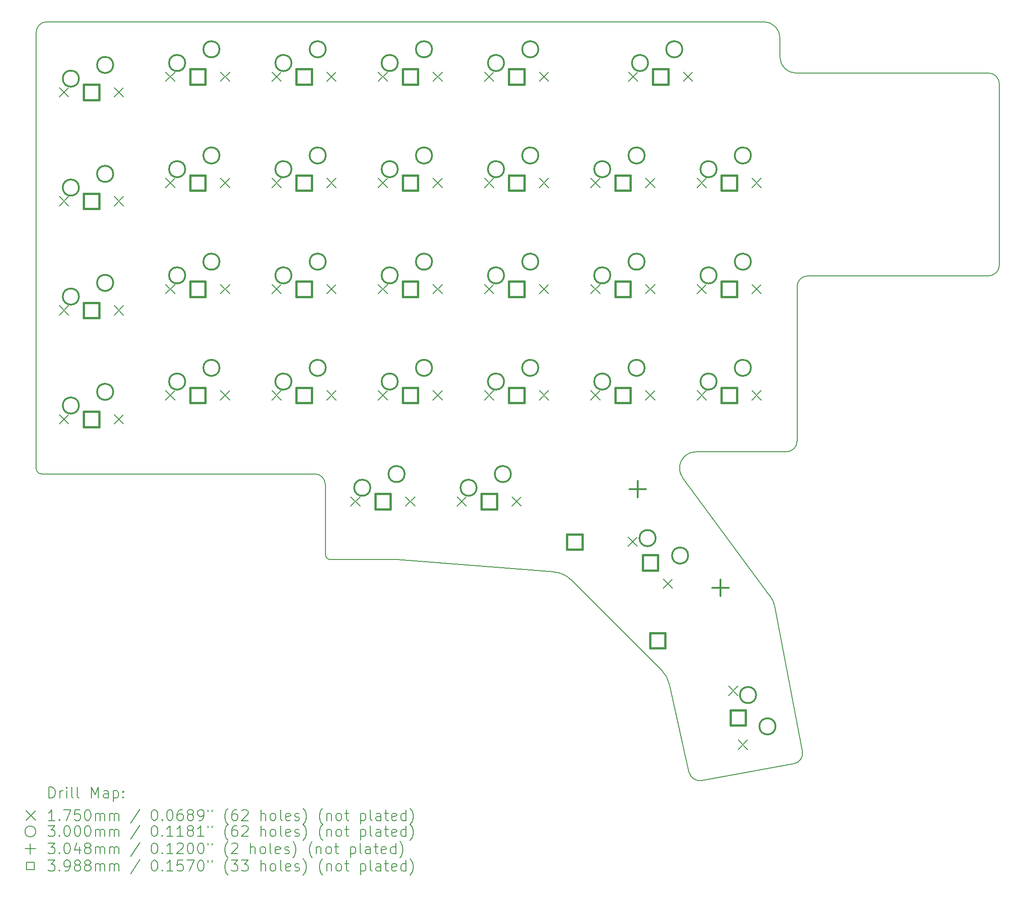
<source format=gbr>
%TF.GenerationSoftware,KiCad,Pcbnew,7.0.1*%
%TF.CreationDate,2023-03-23T04:50:55+01:00*%
%TF.ProjectId,Tiamat_v01_badge,5469616d-6174-45f7-9630-315f62616467,rev?*%
%TF.SameCoordinates,Original*%
%TF.FileFunction,Drillmap*%
%TF.FilePolarity,Positive*%
%FSLAX45Y45*%
G04 Gerber Fmt 4.5, Leading zero omitted, Abs format (unit mm)*
G04 Created by KiCad (PCBNEW 7.0.1) date 2023-03-23 04:50:55*
%MOMM*%
%LPD*%
G01*
G04 APERTURE LIST*
%ADD10C,0.150000*%
%ADD11C,0.200000*%
%ADD12C,0.175000*%
%ADD13C,0.300000*%
%ADD14C,0.304800*%
%ADD15C,0.398780*%
G04 APERTURE END LIST*
D10*
X2299000Y-2222500D02*
G75*
G03*
X2099000Y-2422500I0J-200000D01*
G01*
X7455110Y-10804285D02*
G75*
G03*
X7255115Y-10604500I-200000J-215D01*
G01*
X16392500Y-6933730D02*
G75*
G03*
X16192500Y-7133730I0J-200000D01*
G01*
X15992500Y-10196730D02*
G75*
G03*
X16192500Y-9996730I0J200000D01*
G01*
X19939000Y-3375000D02*
G75*
G03*
X19739000Y-3175000I-200000J0D01*
G01*
X15875000Y-2522500D02*
G75*
G03*
X15575000Y-2222500I-300000J0D01*
G01*
X15875000Y-2875000D02*
G75*
G03*
X16175000Y-3175000I300000J0D01*
G01*
X16175000Y-3175000D02*
X19739000Y-3175000D01*
X15875000Y-2522500D02*
X15875000Y-2875000D01*
X15780713Y-13068289D02*
G75*
G03*
X15691885Y-12865350I-491083J-94041D01*
G01*
X13822721Y-14494867D02*
G75*
G03*
X13688533Y-14251424I-487721J-110133D01*
G01*
X16132229Y-15977345D02*
G75*
G03*
X16292882Y-15742954I-35779J196775D01*
G01*
X14193123Y-16135210D02*
G75*
G03*
X14423985Y-16287933I195087J44050D01*
G01*
X14193120Y-16135211D02*
X13822720Y-14494867D01*
X12003903Y-12566979D02*
G75*
G03*
X11689325Y-12422074I-353533J-353581D01*
G01*
X19739000Y-6933730D02*
G75*
G03*
X19939000Y-6733730I0J200000D01*
G01*
X11689325Y-12422074D02*
X8780399Y-12194730D01*
X16132228Y-15977343D02*
X14423985Y-16287933D01*
X13688533Y-14251424D02*
X12003901Y-12566981D01*
X15780712Y-13068289D02*
X16292882Y-15742954D01*
X14073385Y-10673105D02*
X15691885Y-12865350D01*
X19939000Y-6733730D02*
X19939000Y-3375000D01*
X16392500Y-6933730D02*
X19739000Y-6933730D01*
X14316061Y-10196730D02*
G75*
G03*
X14073385Y-10673105I0J-300000D01*
G01*
X7456500Y-12094730D02*
G75*
G03*
X7556500Y-12194730I100000J0D01*
G01*
X16192500Y-9996730D02*
X16192500Y-7133730D01*
X7455114Y-10804285D02*
X7456500Y-12094730D01*
X2099000Y-10504500D02*
X2099000Y-2422500D01*
X7556500Y-12194730D02*
X8780399Y-12194730D01*
X2099000Y-10504500D02*
G75*
G03*
X2199000Y-10604500I100000J0D01*
G01*
X2199000Y-10604500D02*
X7255115Y-10604500D01*
X14316061Y-10196730D02*
X15992500Y-10196730D01*
X2299000Y-2222500D02*
X15575000Y-2222500D01*
D11*
D12*
X2527350Y-3443730D02*
X2702350Y-3618730D01*
X2702350Y-3443730D02*
X2527350Y-3618730D01*
X2527350Y-5463730D02*
X2702350Y-5638730D01*
X2702350Y-5463730D02*
X2527350Y-5638730D01*
X2527350Y-7483730D02*
X2702350Y-7658730D01*
X2702350Y-7483730D02*
X2527350Y-7658730D01*
X2527350Y-9503730D02*
X2702350Y-9678730D01*
X2702350Y-9503730D02*
X2527350Y-9678730D01*
X3543350Y-3443730D02*
X3718350Y-3618730D01*
X3718350Y-3443730D02*
X3543350Y-3618730D01*
X3543350Y-5463730D02*
X3718350Y-5638730D01*
X3718350Y-5463730D02*
X3543350Y-5638730D01*
X3543350Y-7483730D02*
X3718350Y-7658730D01*
X3718350Y-7483730D02*
X3543350Y-7658730D01*
X3543350Y-9503730D02*
X3718350Y-9678730D01*
X3718350Y-9503730D02*
X3543350Y-9678730D01*
X4495850Y-3153730D02*
X4670850Y-3328730D01*
X4670850Y-3153730D02*
X4495850Y-3328730D01*
X4495850Y-5122230D02*
X4670850Y-5297230D01*
X4670850Y-5122230D02*
X4495850Y-5297230D01*
X4495850Y-7090730D02*
X4670850Y-7265730D01*
X4670850Y-7090730D02*
X4495850Y-7265730D01*
X4495850Y-9059230D02*
X4670850Y-9234230D01*
X4670850Y-9059230D02*
X4495850Y-9234230D01*
X5511850Y-3153730D02*
X5686850Y-3328730D01*
X5686850Y-3153730D02*
X5511850Y-3328730D01*
X5511850Y-5122230D02*
X5686850Y-5297230D01*
X5686850Y-5122230D02*
X5511850Y-5297230D01*
X5511850Y-7090730D02*
X5686850Y-7265730D01*
X5686850Y-7090730D02*
X5511850Y-7265730D01*
X5511850Y-9059230D02*
X5686850Y-9234230D01*
X5686850Y-9059230D02*
X5511850Y-9234230D01*
X6464350Y-3153730D02*
X6639350Y-3328730D01*
X6639350Y-3153730D02*
X6464350Y-3328730D01*
X6464350Y-5122230D02*
X6639350Y-5297230D01*
X6639350Y-5122230D02*
X6464350Y-5297230D01*
X6464350Y-7090730D02*
X6639350Y-7265730D01*
X6639350Y-7090730D02*
X6464350Y-7265730D01*
X6464350Y-9059230D02*
X6639350Y-9234230D01*
X6639350Y-9059230D02*
X6464350Y-9234230D01*
X7480350Y-3153730D02*
X7655350Y-3328730D01*
X7655350Y-3153730D02*
X7480350Y-3328730D01*
X7480350Y-5122230D02*
X7655350Y-5297230D01*
X7655350Y-5122230D02*
X7480350Y-5297230D01*
X7480350Y-7090730D02*
X7655350Y-7265730D01*
X7655350Y-7090730D02*
X7480350Y-7265730D01*
X7480350Y-9059230D02*
X7655350Y-9234230D01*
X7655350Y-9059230D02*
X7480350Y-9234230D01*
X7924850Y-11027730D02*
X8099850Y-11202730D01*
X8099850Y-11027730D02*
X7924850Y-11202730D01*
X8432850Y-3153730D02*
X8607850Y-3328730D01*
X8607850Y-3153730D02*
X8432850Y-3328730D01*
X8432850Y-5122230D02*
X8607850Y-5297230D01*
X8607850Y-5122230D02*
X8432850Y-5297230D01*
X8432850Y-7090730D02*
X8607850Y-7265730D01*
X8607850Y-7090730D02*
X8432850Y-7265730D01*
X8432850Y-9059230D02*
X8607850Y-9234230D01*
X8607850Y-9059230D02*
X8432850Y-9234230D01*
X8940850Y-11027730D02*
X9115850Y-11202730D01*
X9115850Y-11027730D02*
X8940850Y-11202730D01*
X9448850Y-3153730D02*
X9623850Y-3328730D01*
X9623850Y-3153730D02*
X9448850Y-3328730D01*
X9448850Y-5122230D02*
X9623850Y-5297230D01*
X9623850Y-5122230D02*
X9448850Y-5297230D01*
X9448850Y-7090730D02*
X9623850Y-7265730D01*
X9623850Y-7090730D02*
X9448850Y-7265730D01*
X9448850Y-9059230D02*
X9623850Y-9234230D01*
X9623850Y-9059230D02*
X9448850Y-9234230D01*
X9893350Y-11027730D02*
X10068350Y-11202730D01*
X10068350Y-11027730D02*
X9893350Y-11202730D01*
X10401350Y-3153730D02*
X10576350Y-3328730D01*
X10576350Y-3153730D02*
X10401350Y-3328730D01*
X10401350Y-5122230D02*
X10576350Y-5297230D01*
X10576350Y-5122230D02*
X10401350Y-5297230D01*
X10401350Y-7090730D02*
X10576350Y-7265730D01*
X10576350Y-7090730D02*
X10401350Y-7265730D01*
X10401350Y-9059230D02*
X10576350Y-9234230D01*
X10576350Y-9059230D02*
X10401350Y-9234230D01*
X10909350Y-11027730D02*
X11084350Y-11202730D01*
X11084350Y-11027730D02*
X10909350Y-11202730D01*
X11417350Y-3153730D02*
X11592350Y-3328730D01*
X11592350Y-3153730D02*
X11417350Y-3328730D01*
X11417350Y-5122230D02*
X11592350Y-5297230D01*
X11592350Y-5122230D02*
X11417350Y-5297230D01*
X11417350Y-7090730D02*
X11592350Y-7265730D01*
X11592350Y-7090730D02*
X11417350Y-7265730D01*
X11417350Y-9059230D02*
X11592350Y-9234230D01*
X11592350Y-9059230D02*
X11417350Y-9234230D01*
X12369850Y-5122230D02*
X12544850Y-5297230D01*
X12544850Y-5122230D02*
X12369850Y-5297230D01*
X12369850Y-7090730D02*
X12544850Y-7265730D01*
X12544850Y-7090730D02*
X12369850Y-7265730D01*
X12369850Y-9059230D02*
X12544850Y-9234230D01*
X12544850Y-9059230D02*
X12369850Y-9234230D01*
X13059314Y-11773429D02*
X13234314Y-11948429D01*
X13234314Y-11773429D02*
X13059314Y-11948429D01*
X13068350Y-3153730D02*
X13243350Y-3328730D01*
X13243350Y-3153730D02*
X13068350Y-3328730D01*
X13385850Y-5122230D02*
X13560850Y-5297230D01*
X13560850Y-5122230D02*
X13385850Y-5297230D01*
X13385850Y-7090730D02*
X13560850Y-7265730D01*
X13560850Y-7090730D02*
X13385850Y-7265730D01*
X13385850Y-9059230D02*
X13560850Y-9234230D01*
X13560850Y-9059230D02*
X13385850Y-9234230D01*
X13712386Y-12551730D02*
X13887386Y-12726730D01*
X13887386Y-12551730D02*
X13712386Y-12726730D01*
X14084350Y-3153730D02*
X14259350Y-3328730D01*
X14259350Y-3153730D02*
X14084350Y-3328730D01*
X14338350Y-5122230D02*
X14513350Y-5297230D01*
X14513350Y-5122230D02*
X14338350Y-5297230D01*
X14338350Y-7090730D02*
X14513350Y-7265730D01*
X14513350Y-7090730D02*
X14338350Y-7265730D01*
X14338350Y-9059230D02*
X14513350Y-9234230D01*
X14513350Y-9059230D02*
X14338350Y-9234230D01*
X14923923Y-14535665D02*
X15098923Y-14710665D01*
X15098923Y-14535665D02*
X14923923Y-14710665D01*
X15100350Y-15536230D02*
X15275350Y-15711230D01*
X15275350Y-15536230D02*
X15100350Y-15711230D01*
X15354350Y-5122230D02*
X15529350Y-5297230D01*
X15529350Y-5122230D02*
X15354350Y-5297230D01*
X15354350Y-7090730D02*
X15529350Y-7265730D01*
X15529350Y-7090730D02*
X15354350Y-7265730D01*
X15354350Y-9059230D02*
X15529350Y-9234230D01*
X15529350Y-9059230D02*
X15354350Y-9234230D01*
D13*
X2891850Y-3277230D02*
G75*
G03*
X2891850Y-3277230I-150000J0D01*
G01*
X2891850Y-5297230D02*
G75*
G03*
X2891850Y-5297230I-150000J0D01*
G01*
X2891850Y-7317230D02*
G75*
G03*
X2891850Y-7317230I-150000J0D01*
G01*
X2891850Y-9337230D02*
G75*
G03*
X2891850Y-9337230I-150000J0D01*
G01*
X3526850Y-3023230D02*
G75*
G03*
X3526850Y-3023230I-150000J0D01*
G01*
X3526850Y-5043230D02*
G75*
G03*
X3526850Y-5043230I-150000J0D01*
G01*
X3526850Y-7063230D02*
G75*
G03*
X3526850Y-7063230I-150000J0D01*
G01*
X3526850Y-9083230D02*
G75*
G03*
X3526850Y-9083230I-150000J0D01*
G01*
X4860350Y-2987230D02*
G75*
G03*
X4860350Y-2987230I-150000J0D01*
G01*
X4860350Y-4955730D02*
G75*
G03*
X4860350Y-4955730I-150000J0D01*
G01*
X4860350Y-6924230D02*
G75*
G03*
X4860350Y-6924230I-150000J0D01*
G01*
X4860350Y-8892730D02*
G75*
G03*
X4860350Y-8892730I-150000J0D01*
G01*
X5495350Y-2733230D02*
G75*
G03*
X5495350Y-2733230I-150000J0D01*
G01*
X5495350Y-4701730D02*
G75*
G03*
X5495350Y-4701730I-150000J0D01*
G01*
X5495350Y-6670230D02*
G75*
G03*
X5495350Y-6670230I-150000J0D01*
G01*
X5495350Y-8638730D02*
G75*
G03*
X5495350Y-8638730I-150000J0D01*
G01*
X6828850Y-2987230D02*
G75*
G03*
X6828850Y-2987230I-150000J0D01*
G01*
X6828850Y-4955730D02*
G75*
G03*
X6828850Y-4955730I-150000J0D01*
G01*
X6828850Y-6924230D02*
G75*
G03*
X6828850Y-6924230I-150000J0D01*
G01*
X6828850Y-8892730D02*
G75*
G03*
X6828850Y-8892730I-150000J0D01*
G01*
X7463850Y-2733230D02*
G75*
G03*
X7463850Y-2733230I-150000J0D01*
G01*
X7463850Y-4701730D02*
G75*
G03*
X7463850Y-4701730I-150000J0D01*
G01*
X7463850Y-6670230D02*
G75*
G03*
X7463850Y-6670230I-150000J0D01*
G01*
X7463850Y-8638730D02*
G75*
G03*
X7463850Y-8638730I-150000J0D01*
G01*
X8289350Y-10861230D02*
G75*
G03*
X8289350Y-10861230I-150000J0D01*
G01*
X8797350Y-2987230D02*
G75*
G03*
X8797350Y-2987230I-150000J0D01*
G01*
X8797350Y-4955730D02*
G75*
G03*
X8797350Y-4955730I-150000J0D01*
G01*
X8797350Y-6924230D02*
G75*
G03*
X8797350Y-6924230I-150000J0D01*
G01*
X8797350Y-8892730D02*
G75*
G03*
X8797350Y-8892730I-150000J0D01*
G01*
X8924350Y-10607230D02*
G75*
G03*
X8924350Y-10607230I-150000J0D01*
G01*
X9432350Y-2733230D02*
G75*
G03*
X9432350Y-2733230I-150000J0D01*
G01*
X9432350Y-4701730D02*
G75*
G03*
X9432350Y-4701730I-150000J0D01*
G01*
X9432350Y-6670230D02*
G75*
G03*
X9432350Y-6670230I-150000J0D01*
G01*
X9432350Y-8638730D02*
G75*
G03*
X9432350Y-8638730I-150000J0D01*
G01*
X10257850Y-10861230D02*
G75*
G03*
X10257850Y-10861230I-150000J0D01*
G01*
X10765850Y-2987230D02*
G75*
G03*
X10765850Y-2987230I-150000J0D01*
G01*
X10765850Y-4955730D02*
G75*
G03*
X10765850Y-4955730I-150000J0D01*
G01*
X10765850Y-6924230D02*
G75*
G03*
X10765850Y-6924230I-150000J0D01*
G01*
X10765850Y-8892730D02*
G75*
G03*
X10765850Y-8892730I-150000J0D01*
G01*
X10892850Y-10607230D02*
G75*
G03*
X10892850Y-10607230I-150000J0D01*
G01*
X11400850Y-2733230D02*
G75*
G03*
X11400850Y-2733230I-150000J0D01*
G01*
X11400850Y-4701730D02*
G75*
G03*
X11400850Y-4701730I-150000J0D01*
G01*
X11400850Y-6670230D02*
G75*
G03*
X11400850Y-6670230I-150000J0D01*
G01*
X11400850Y-8638730D02*
G75*
G03*
X11400850Y-8638730I-150000J0D01*
G01*
X12734350Y-4955730D02*
G75*
G03*
X12734350Y-4955730I-150000J0D01*
G01*
X12734350Y-6924230D02*
G75*
G03*
X12734350Y-6924230I-150000J0D01*
G01*
X12734350Y-8892730D02*
G75*
G03*
X12734350Y-8892730I-150000J0D01*
G01*
X13369350Y-4701730D02*
G75*
G03*
X13369350Y-4701730I-150000J0D01*
G01*
X13369350Y-6670230D02*
G75*
G03*
X13369350Y-6670230I-150000J0D01*
G01*
X13369350Y-8638730D02*
G75*
G03*
X13369350Y-8638730I-150000J0D01*
G01*
X13432850Y-2987230D02*
G75*
G03*
X13432850Y-2987230I-150000J0D01*
G01*
X13573023Y-11794948D02*
G75*
G03*
X13573023Y-11794948I-150000J0D01*
G01*
X14067850Y-2733230D02*
G75*
G03*
X14067850Y-2733230I-150000J0D01*
G01*
X14175769Y-12118119D02*
G75*
G03*
X14175769Y-12118119I-150000J0D01*
G01*
X14702850Y-4955730D02*
G75*
G03*
X14702850Y-4955730I-150000J0D01*
G01*
X14702850Y-6924230D02*
G75*
G03*
X14702850Y-6924230I-150000J0D01*
G01*
X14702850Y-8892730D02*
G75*
G03*
X14702850Y-8892730I-150000J0D01*
G01*
X15337850Y-4701730D02*
G75*
G03*
X15337850Y-4701730I-150000J0D01*
G01*
X15337850Y-6670230D02*
G75*
G03*
X15337850Y-6670230I-150000J0D01*
G01*
X15337850Y-8638730D02*
G75*
G03*
X15337850Y-8638730I-150000J0D01*
G01*
X15433618Y-14704129D02*
G75*
G03*
X15433618Y-14704129I-150000J0D01*
G01*
X15794026Y-15285376D02*
G75*
G03*
X15794026Y-15285376I-150000J0D01*
G01*
D14*
X13241072Y-10734188D02*
X13241072Y-11038988D01*
X13088672Y-10886588D02*
X13393472Y-10886588D01*
X14775792Y-12563196D02*
X14775792Y-12867996D01*
X14623392Y-12715596D02*
X14928192Y-12715596D01*
D15*
X3263841Y-3672221D02*
X3263841Y-3390239D01*
X2981859Y-3390239D01*
X2981859Y-3672221D01*
X3263841Y-3672221D01*
X3263841Y-5692221D02*
X3263841Y-5410239D01*
X2981859Y-5410239D01*
X2981859Y-5692221D01*
X3263841Y-5692221D01*
X3263841Y-7712221D02*
X3263841Y-7430239D01*
X2981859Y-7430239D01*
X2981859Y-7712221D01*
X3263841Y-7712221D01*
X3263841Y-9732221D02*
X3263841Y-9450239D01*
X2981859Y-9450239D01*
X2981859Y-9732221D01*
X3263841Y-9732221D01*
X5232341Y-3382221D02*
X5232341Y-3100239D01*
X4950359Y-3100239D01*
X4950359Y-3382221D01*
X5232341Y-3382221D01*
X5232341Y-5350721D02*
X5232341Y-5068739D01*
X4950359Y-5068739D01*
X4950359Y-5350721D01*
X5232341Y-5350721D01*
X5232341Y-7319221D02*
X5232341Y-7037239D01*
X4950359Y-7037239D01*
X4950359Y-7319221D01*
X5232341Y-7319221D01*
X5232341Y-9287721D02*
X5232341Y-9005739D01*
X4950359Y-9005739D01*
X4950359Y-9287721D01*
X5232341Y-9287721D01*
X7200841Y-3382221D02*
X7200841Y-3100239D01*
X6918859Y-3100239D01*
X6918859Y-3382221D01*
X7200841Y-3382221D01*
X7200841Y-5350721D02*
X7200841Y-5068739D01*
X6918859Y-5068739D01*
X6918859Y-5350721D01*
X7200841Y-5350721D01*
X7200841Y-7319221D02*
X7200841Y-7037239D01*
X6918859Y-7037239D01*
X6918859Y-7319221D01*
X7200841Y-7319221D01*
X7200841Y-9287721D02*
X7200841Y-9005739D01*
X6918859Y-9005739D01*
X6918859Y-9287721D01*
X7200841Y-9287721D01*
X8661341Y-11256221D02*
X8661341Y-10974239D01*
X8379359Y-10974239D01*
X8379359Y-11256221D01*
X8661341Y-11256221D01*
X9169341Y-3382221D02*
X9169341Y-3100239D01*
X8887359Y-3100239D01*
X8887359Y-3382221D01*
X9169341Y-3382221D01*
X9169341Y-5350721D02*
X9169341Y-5068739D01*
X8887359Y-5068739D01*
X8887359Y-5350721D01*
X9169341Y-5350721D01*
X9169341Y-7319221D02*
X9169341Y-7037239D01*
X8887359Y-7037239D01*
X8887359Y-7319221D01*
X9169341Y-7319221D01*
X9169341Y-9287721D02*
X9169341Y-9005739D01*
X8887359Y-9005739D01*
X8887359Y-9287721D01*
X9169341Y-9287721D01*
X10629841Y-11256221D02*
X10629841Y-10974239D01*
X10347859Y-10974239D01*
X10347859Y-11256221D01*
X10629841Y-11256221D01*
X11137841Y-3382221D02*
X11137841Y-3100239D01*
X10855859Y-3100239D01*
X10855859Y-3382221D01*
X11137841Y-3382221D01*
X11137841Y-5350721D02*
X11137841Y-5068739D01*
X10855859Y-5068739D01*
X10855859Y-5350721D01*
X11137841Y-5350721D01*
X11137841Y-7319221D02*
X11137841Y-7037239D01*
X10855859Y-7037239D01*
X10855859Y-7319221D01*
X11137841Y-7319221D01*
X11137841Y-9287721D02*
X11137841Y-9005739D01*
X10855859Y-9005739D01*
X10855859Y-9287721D01*
X11137841Y-9287721D01*
X12214612Y-12007188D02*
X12214612Y-11725205D01*
X11932629Y-11725205D01*
X11932629Y-12007188D01*
X12214612Y-12007188D01*
X13106341Y-5350721D02*
X13106341Y-5068739D01*
X12824359Y-5068739D01*
X12824359Y-5350721D01*
X13106341Y-5350721D01*
X13106341Y-7319221D02*
X13106341Y-7037239D01*
X12824359Y-7037239D01*
X12824359Y-7319221D01*
X13106341Y-7319221D01*
X13106341Y-9287721D02*
X13106341Y-9005739D01*
X12824359Y-9005739D01*
X12824359Y-9287721D01*
X13106341Y-9287721D01*
X13614341Y-12391071D02*
X13614341Y-12109088D01*
X13332359Y-12109088D01*
X13332359Y-12391071D01*
X13614341Y-12391071D01*
X13749332Y-13836196D02*
X13749332Y-13554213D01*
X13467349Y-13554213D01*
X13467349Y-13836196D01*
X13749332Y-13836196D01*
X13804841Y-3382221D02*
X13804841Y-3100239D01*
X13522859Y-3100239D01*
X13522859Y-3382221D01*
X13804841Y-3382221D01*
X15074841Y-5350721D02*
X15074841Y-5068739D01*
X14792859Y-5068739D01*
X14792859Y-5350721D01*
X15074841Y-5350721D01*
X15074841Y-7319221D02*
X15074841Y-7037239D01*
X14792859Y-7037239D01*
X14792859Y-7319221D01*
X15074841Y-7319221D01*
X15074841Y-9287721D02*
X15074841Y-9005739D01*
X14792859Y-9005739D01*
X14792859Y-9287721D01*
X15074841Y-9287721D01*
X15240628Y-15264439D02*
X15240628Y-14982456D01*
X14958645Y-14982456D01*
X14958645Y-15264439D01*
X15240628Y-15264439D01*
D11*
X2339119Y-16611182D02*
X2339119Y-16411182D01*
X2339119Y-16411182D02*
X2386738Y-16411182D01*
X2386738Y-16411182D02*
X2415310Y-16420706D01*
X2415310Y-16420706D02*
X2434357Y-16439754D01*
X2434357Y-16439754D02*
X2443881Y-16458801D01*
X2443881Y-16458801D02*
X2453405Y-16496896D01*
X2453405Y-16496896D02*
X2453405Y-16525468D01*
X2453405Y-16525468D02*
X2443881Y-16563563D01*
X2443881Y-16563563D02*
X2434357Y-16582611D01*
X2434357Y-16582611D02*
X2415310Y-16601658D01*
X2415310Y-16601658D02*
X2386738Y-16611182D01*
X2386738Y-16611182D02*
X2339119Y-16611182D01*
X2539119Y-16611182D02*
X2539119Y-16477849D01*
X2539119Y-16515944D02*
X2548643Y-16496896D01*
X2548643Y-16496896D02*
X2558167Y-16487373D01*
X2558167Y-16487373D02*
X2577214Y-16477849D01*
X2577214Y-16477849D02*
X2596262Y-16477849D01*
X2662929Y-16611182D02*
X2662929Y-16477849D01*
X2662929Y-16411182D02*
X2653405Y-16420706D01*
X2653405Y-16420706D02*
X2662929Y-16430230D01*
X2662929Y-16430230D02*
X2672452Y-16420706D01*
X2672452Y-16420706D02*
X2662929Y-16411182D01*
X2662929Y-16411182D02*
X2662929Y-16430230D01*
X2786738Y-16611182D02*
X2767690Y-16601658D01*
X2767690Y-16601658D02*
X2758167Y-16582611D01*
X2758167Y-16582611D02*
X2758167Y-16411182D01*
X2891500Y-16611182D02*
X2872452Y-16601658D01*
X2872452Y-16601658D02*
X2862928Y-16582611D01*
X2862928Y-16582611D02*
X2862928Y-16411182D01*
X3120071Y-16611182D02*
X3120071Y-16411182D01*
X3120071Y-16411182D02*
X3186738Y-16554039D01*
X3186738Y-16554039D02*
X3253405Y-16411182D01*
X3253405Y-16411182D02*
X3253405Y-16611182D01*
X3434357Y-16611182D02*
X3434357Y-16506420D01*
X3434357Y-16506420D02*
X3424833Y-16487373D01*
X3424833Y-16487373D02*
X3405786Y-16477849D01*
X3405786Y-16477849D02*
X3367690Y-16477849D01*
X3367690Y-16477849D02*
X3348643Y-16487373D01*
X3434357Y-16601658D02*
X3415309Y-16611182D01*
X3415309Y-16611182D02*
X3367690Y-16611182D01*
X3367690Y-16611182D02*
X3348643Y-16601658D01*
X3348643Y-16601658D02*
X3339119Y-16582611D01*
X3339119Y-16582611D02*
X3339119Y-16563563D01*
X3339119Y-16563563D02*
X3348643Y-16544515D01*
X3348643Y-16544515D02*
X3367690Y-16534992D01*
X3367690Y-16534992D02*
X3415309Y-16534992D01*
X3415309Y-16534992D02*
X3434357Y-16525468D01*
X3529595Y-16477849D02*
X3529595Y-16677849D01*
X3529595Y-16487373D02*
X3548643Y-16477849D01*
X3548643Y-16477849D02*
X3586738Y-16477849D01*
X3586738Y-16477849D02*
X3605786Y-16487373D01*
X3605786Y-16487373D02*
X3615309Y-16496896D01*
X3615309Y-16496896D02*
X3624833Y-16515944D01*
X3624833Y-16515944D02*
X3624833Y-16573087D01*
X3624833Y-16573087D02*
X3615309Y-16592134D01*
X3615309Y-16592134D02*
X3605786Y-16601658D01*
X3605786Y-16601658D02*
X3586738Y-16611182D01*
X3586738Y-16611182D02*
X3548643Y-16611182D01*
X3548643Y-16611182D02*
X3529595Y-16601658D01*
X3710548Y-16592134D02*
X3720071Y-16601658D01*
X3720071Y-16601658D02*
X3710548Y-16611182D01*
X3710548Y-16611182D02*
X3701024Y-16601658D01*
X3701024Y-16601658D02*
X3710548Y-16592134D01*
X3710548Y-16592134D02*
X3710548Y-16611182D01*
X3710548Y-16487373D02*
X3720071Y-16496896D01*
X3720071Y-16496896D02*
X3710548Y-16506420D01*
X3710548Y-16506420D02*
X3701024Y-16496896D01*
X3701024Y-16496896D02*
X3710548Y-16487373D01*
X3710548Y-16487373D02*
X3710548Y-16506420D01*
D12*
X1916500Y-16851158D02*
X2091500Y-17026158D01*
X2091500Y-16851158D02*
X1916500Y-17026158D01*
D11*
X2443881Y-17031182D02*
X2329595Y-17031182D01*
X2386738Y-17031182D02*
X2386738Y-16831182D01*
X2386738Y-16831182D02*
X2367690Y-16859754D01*
X2367690Y-16859754D02*
X2348643Y-16878801D01*
X2348643Y-16878801D02*
X2329595Y-16888325D01*
X2529595Y-17012135D02*
X2539119Y-17021658D01*
X2539119Y-17021658D02*
X2529595Y-17031182D01*
X2529595Y-17031182D02*
X2520071Y-17021658D01*
X2520071Y-17021658D02*
X2529595Y-17012135D01*
X2529595Y-17012135D02*
X2529595Y-17031182D01*
X2605786Y-16831182D02*
X2739119Y-16831182D01*
X2739119Y-16831182D02*
X2653405Y-17031182D01*
X2910548Y-16831182D02*
X2815309Y-16831182D01*
X2815309Y-16831182D02*
X2805786Y-16926420D01*
X2805786Y-16926420D02*
X2815309Y-16916896D01*
X2815309Y-16916896D02*
X2834357Y-16907373D01*
X2834357Y-16907373D02*
X2881976Y-16907373D01*
X2881976Y-16907373D02*
X2901024Y-16916896D01*
X2901024Y-16916896D02*
X2910548Y-16926420D01*
X2910548Y-16926420D02*
X2920071Y-16945468D01*
X2920071Y-16945468D02*
X2920071Y-16993087D01*
X2920071Y-16993087D02*
X2910548Y-17012135D01*
X2910548Y-17012135D02*
X2901024Y-17021658D01*
X2901024Y-17021658D02*
X2881976Y-17031182D01*
X2881976Y-17031182D02*
X2834357Y-17031182D01*
X2834357Y-17031182D02*
X2815309Y-17021658D01*
X2815309Y-17021658D02*
X2805786Y-17012135D01*
X3043881Y-16831182D02*
X3062929Y-16831182D01*
X3062929Y-16831182D02*
X3081976Y-16840706D01*
X3081976Y-16840706D02*
X3091500Y-16850230D01*
X3091500Y-16850230D02*
X3101024Y-16869277D01*
X3101024Y-16869277D02*
X3110548Y-16907373D01*
X3110548Y-16907373D02*
X3110548Y-16954992D01*
X3110548Y-16954992D02*
X3101024Y-16993087D01*
X3101024Y-16993087D02*
X3091500Y-17012135D01*
X3091500Y-17012135D02*
X3081976Y-17021658D01*
X3081976Y-17021658D02*
X3062929Y-17031182D01*
X3062929Y-17031182D02*
X3043881Y-17031182D01*
X3043881Y-17031182D02*
X3024833Y-17021658D01*
X3024833Y-17021658D02*
X3015309Y-17012135D01*
X3015309Y-17012135D02*
X3005786Y-16993087D01*
X3005786Y-16993087D02*
X2996262Y-16954992D01*
X2996262Y-16954992D02*
X2996262Y-16907373D01*
X2996262Y-16907373D02*
X3005786Y-16869277D01*
X3005786Y-16869277D02*
X3015309Y-16850230D01*
X3015309Y-16850230D02*
X3024833Y-16840706D01*
X3024833Y-16840706D02*
X3043881Y-16831182D01*
X3196262Y-17031182D02*
X3196262Y-16897849D01*
X3196262Y-16916896D02*
X3205786Y-16907373D01*
X3205786Y-16907373D02*
X3224833Y-16897849D01*
X3224833Y-16897849D02*
X3253405Y-16897849D01*
X3253405Y-16897849D02*
X3272452Y-16907373D01*
X3272452Y-16907373D02*
X3281976Y-16926420D01*
X3281976Y-16926420D02*
X3281976Y-17031182D01*
X3281976Y-16926420D02*
X3291500Y-16907373D01*
X3291500Y-16907373D02*
X3310548Y-16897849D01*
X3310548Y-16897849D02*
X3339119Y-16897849D01*
X3339119Y-16897849D02*
X3358167Y-16907373D01*
X3358167Y-16907373D02*
X3367690Y-16926420D01*
X3367690Y-16926420D02*
X3367690Y-17031182D01*
X3462929Y-17031182D02*
X3462929Y-16897849D01*
X3462929Y-16916896D02*
X3472452Y-16907373D01*
X3472452Y-16907373D02*
X3491500Y-16897849D01*
X3491500Y-16897849D02*
X3520071Y-16897849D01*
X3520071Y-16897849D02*
X3539119Y-16907373D01*
X3539119Y-16907373D02*
X3548643Y-16926420D01*
X3548643Y-16926420D02*
X3548643Y-17031182D01*
X3548643Y-16926420D02*
X3558167Y-16907373D01*
X3558167Y-16907373D02*
X3577214Y-16897849D01*
X3577214Y-16897849D02*
X3605786Y-16897849D01*
X3605786Y-16897849D02*
X3624833Y-16907373D01*
X3624833Y-16907373D02*
X3634357Y-16926420D01*
X3634357Y-16926420D02*
X3634357Y-17031182D01*
X4024833Y-16821658D02*
X3853405Y-17078801D01*
X4281976Y-16831182D02*
X4301024Y-16831182D01*
X4301024Y-16831182D02*
X4320072Y-16840706D01*
X4320072Y-16840706D02*
X4329595Y-16850230D01*
X4329595Y-16850230D02*
X4339119Y-16869277D01*
X4339119Y-16869277D02*
X4348643Y-16907373D01*
X4348643Y-16907373D02*
X4348643Y-16954992D01*
X4348643Y-16954992D02*
X4339119Y-16993087D01*
X4339119Y-16993087D02*
X4329595Y-17012135D01*
X4329595Y-17012135D02*
X4320072Y-17021658D01*
X4320072Y-17021658D02*
X4301024Y-17031182D01*
X4301024Y-17031182D02*
X4281976Y-17031182D01*
X4281976Y-17031182D02*
X4262929Y-17021658D01*
X4262929Y-17021658D02*
X4253405Y-17012135D01*
X4253405Y-17012135D02*
X4243881Y-16993087D01*
X4243881Y-16993087D02*
X4234357Y-16954992D01*
X4234357Y-16954992D02*
X4234357Y-16907373D01*
X4234357Y-16907373D02*
X4243881Y-16869277D01*
X4243881Y-16869277D02*
X4253405Y-16850230D01*
X4253405Y-16850230D02*
X4262929Y-16840706D01*
X4262929Y-16840706D02*
X4281976Y-16831182D01*
X4434357Y-17012135D02*
X4443881Y-17021658D01*
X4443881Y-17021658D02*
X4434357Y-17031182D01*
X4434357Y-17031182D02*
X4424834Y-17021658D01*
X4424834Y-17021658D02*
X4434357Y-17012135D01*
X4434357Y-17012135D02*
X4434357Y-17031182D01*
X4567691Y-16831182D02*
X4586738Y-16831182D01*
X4586738Y-16831182D02*
X4605786Y-16840706D01*
X4605786Y-16840706D02*
X4615310Y-16850230D01*
X4615310Y-16850230D02*
X4624834Y-16869277D01*
X4624834Y-16869277D02*
X4634357Y-16907373D01*
X4634357Y-16907373D02*
X4634357Y-16954992D01*
X4634357Y-16954992D02*
X4624834Y-16993087D01*
X4624834Y-16993087D02*
X4615310Y-17012135D01*
X4615310Y-17012135D02*
X4605786Y-17021658D01*
X4605786Y-17021658D02*
X4586738Y-17031182D01*
X4586738Y-17031182D02*
X4567691Y-17031182D01*
X4567691Y-17031182D02*
X4548643Y-17021658D01*
X4548643Y-17021658D02*
X4539119Y-17012135D01*
X4539119Y-17012135D02*
X4529595Y-16993087D01*
X4529595Y-16993087D02*
X4520072Y-16954992D01*
X4520072Y-16954992D02*
X4520072Y-16907373D01*
X4520072Y-16907373D02*
X4529595Y-16869277D01*
X4529595Y-16869277D02*
X4539119Y-16850230D01*
X4539119Y-16850230D02*
X4548643Y-16840706D01*
X4548643Y-16840706D02*
X4567691Y-16831182D01*
X4805786Y-16831182D02*
X4767691Y-16831182D01*
X4767691Y-16831182D02*
X4748643Y-16840706D01*
X4748643Y-16840706D02*
X4739119Y-16850230D01*
X4739119Y-16850230D02*
X4720072Y-16878801D01*
X4720072Y-16878801D02*
X4710548Y-16916896D01*
X4710548Y-16916896D02*
X4710548Y-16993087D01*
X4710548Y-16993087D02*
X4720072Y-17012135D01*
X4720072Y-17012135D02*
X4729595Y-17021658D01*
X4729595Y-17021658D02*
X4748643Y-17031182D01*
X4748643Y-17031182D02*
X4786738Y-17031182D01*
X4786738Y-17031182D02*
X4805786Y-17021658D01*
X4805786Y-17021658D02*
X4815310Y-17012135D01*
X4815310Y-17012135D02*
X4824834Y-16993087D01*
X4824834Y-16993087D02*
X4824834Y-16945468D01*
X4824834Y-16945468D02*
X4815310Y-16926420D01*
X4815310Y-16926420D02*
X4805786Y-16916896D01*
X4805786Y-16916896D02*
X4786738Y-16907373D01*
X4786738Y-16907373D02*
X4748643Y-16907373D01*
X4748643Y-16907373D02*
X4729595Y-16916896D01*
X4729595Y-16916896D02*
X4720072Y-16926420D01*
X4720072Y-16926420D02*
X4710548Y-16945468D01*
X4939119Y-16916896D02*
X4920072Y-16907373D01*
X4920072Y-16907373D02*
X4910548Y-16897849D01*
X4910548Y-16897849D02*
X4901024Y-16878801D01*
X4901024Y-16878801D02*
X4901024Y-16869277D01*
X4901024Y-16869277D02*
X4910548Y-16850230D01*
X4910548Y-16850230D02*
X4920072Y-16840706D01*
X4920072Y-16840706D02*
X4939119Y-16831182D01*
X4939119Y-16831182D02*
X4977215Y-16831182D01*
X4977215Y-16831182D02*
X4996262Y-16840706D01*
X4996262Y-16840706D02*
X5005786Y-16850230D01*
X5005786Y-16850230D02*
X5015310Y-16869277D01*
X5015310Y-16869277D02*
X5015310Y-16878801D01*
X5015310Y-16878801D02*
X5005786Y-16897849D01*
X5005786Y-16897849D02*
X4996262Y-16907373D01*
X4996262Y-16907373D02*
X4977215Y-16916896D01*
X4977215Y-16916896D02*
X4939119Y-16916896D01*
X4939119Y-16916896D02*
X4920072Y-16926420D01*
X4920072Y-16926420D02*
X4910548Y-16935944D01*
X4910548Y-16935944D02*
X4901024Y-16954992D01*
X4901024Y-16954992D02*
X4901024Y-16993087D01*
X4901024Y-16993087D02*
X4910548Y-17012135D01*
X4910548Y-17012135D02*
X4920072Y-17021658D01*
X4920072Y-17021658D02*
X4939119Y-17031182D01*
X4939119Y-17031182D02*
X4977215Y-17031182D01*
X4977215Y-17031182D02*
X4996262Y-17021658D01*
X4996262Y-17021658D02*
X5005786Y-17012135D01*
X5005786Y-17012135D02*
X5015310Y-16993087D01*
X5015310Y-16993087D02*
X5015310Y-16954992D01*
X5015310Y-16954992D02*
X5005786Y-16935944D01*
X5005786Y-16935944D02*
X4996262Y-16926420D01*
X4996262Y-16926420D02*
X4977215Y-16916896D01*
X5110548Y-17031182D02*
X5148643Y-17031182D01*
X5148643Y-17031182D02*
X5167691Y-17021658D01*
X5167691Y-17021658D02*
X5177215Y-17012135D01*
X5177215Y-17012135D02*
X5196262Y-16983563D01*
X5196262Y-16983563D02*
X5205786Y-16945468D01*
X5205786Y-16945468D02*
X5205786Y-16869277D01*
X5205786Y-16869277D02*
X5196262Y-16850230D01*
X5196262Y-16850230D02*
X5186738Y-16840706D01*
X5186738Y-16840706D02*
X5167691Y-16831182D01*
X5167691Y-16831182D02*
X5129595Y-16831182D01*
X5129595Y-16831182D02*
X5110548Y-16840706D01*
X5110548Y-16840706D02*
X5101024Y-16850230D01*
X5101024Y-16850230D02*
X5091500Y-16869277D01*
X5091500Y-16869277D02*
X5091500Y-16916896D01*
X5091500Y-16916896D02*
X5101024Y-16935944D01*
X5101024Y-16935944D02*
X5110548Y-16945468D01*
X5110548Y-16945468D02*
X5129595Y-16954992D01*
X5129595Y-16954992D02*
X5167691Y-16954992D01*
X5167691Y-16954992D02*
X5186738Y-16945468D01*
X5186738Y-16945468D02*
X5196262Y-16935944D01*
X5196262Y-16935944D02*
X5205786Y-16916896D01*
X5281976Y-16831182D02*
X5281976Y-16869277D01*
X5358167Y-16831182D02*
X5358167Y-16869277D01*
X5653405Y-17107373D02*
X5643881Y-17097849D01*
X5643881Y-17097849D02*
X5624834Y-17069277D01*
X5624834Y-17069277D02*
X5615310Y-17050230D01*
X5615310Y-17050230D02*
X5605786Y-17021658D01*
X5605786Y-17021658D02*
X5596262Y-16974039D01*
X5596262Y-16974039D02*
X5596262Y-16935944D01*
X5596262Y-16935944D02*
X5605786Y-16888325D01*
X5605786Y-16888325D02*
X5615310Y-16859754D01*
X5615310Y-16859754D02*
X5624834Y-16840706D01*
X5624834Y-16840706D02*
X5643881Y-16812135D01*
X5643881Y-16812135D02*
X5653405Y-16802611D01*
X5815310Y-16831182D02*
X5777214Y-16831182D01*
X5777214Y-16831182D02*
X5758167Y-16840706D01*
X5758167Y-16840706D02*
X5748643Y-16850230D01*
X5748643Y-16850230D02*
X5729595Y-16878801D01*
X5729595Y-16878801D02*
X5720072Y-16916896D01*
X5720072Y-16916896D02*
X5720072Y-16993087D01*
X5720072Y-16993087D02*
X5729595Y-17012135D01*
X5729595Y-17012135D02*
X5739119Y-17021658D01*
X5739119Y-17021658D02*
X5758167Y-17031182D01*
X5758167Y-17031182D02*
X5796262Y-17031182D01*
X5796262Y-17031182D02*
X5815310Y-17021658D01*
X5815310Y-17021658D02*
X5824834Y-17012135D01*
X5824834Y-17012135D02*
X5834357Y-16993087D01*
X5834357Y-16993087D02*
X5834357Y-16945468D01*
X5834357Y-16945468D02*
X5824834Y-16926420D01*
X5824834Y-16926420D02*
X5815310Y-16916896D01*
X5815310Y-16916896D02*
X5796262Y-16907373D01*
X5796262Y-16907373D02*
X5758167Y-16907373D01*
X5758167Y-16907373D02*
X5739119Y-16916896D01*
X5739119Y-16916896D02*
X5729595Y-16926420D01*
X5729595Y-16926420D02*
X5720072Y-16945468D01*
X5910548Y-16850230D02*
X5920072Y-16840706D01*
X5920072Y-16840706D02*
X5939119Y-16831182D01*
X5939119Y-16831182D02*
X5986738Y-16831182D01*
X5986738Y-16831182D02*
X6005786Y-16840706D01*
X6005786Y-16840706D02*
X6015310Y-16850230D01*
X6015310Y-16850230D02*
X6024834Y-16869277D01*
X6024834Y-16869277D02*
X6024834Y-16888325D01*
X6024834Y-16888325D02*
X6015310Y-16916896D01*
X6015310Y-16916896D02*
X5901024Y-17031182D01*
X5901024Y-17031182D02*
X6024834Y-17031182D01*
X6262929Y-17031182D02*
X6262929Y-16831182D01*
X6348643Y-17031182D02*
X6348643Y-16926420D01*
X6348643Y-16926420D02*
X6339119Y-16907373D01*
X6339119Y-16907373D02*
X6320072Y-16897849D01*
X6320072Y-16897849D02*
X6291500Y-16897849D01*
X6291500Y-16897849D02*
X6272453Y-16907373D01*
X6272453Y-16907373D02*
X6262929Y-16916896D01*
X6472453Y-17031182D02*
X6453405Y-17021658D01*
X6453405Y-17021658D02*
X6443881Y-17012135D01*
X6443881Y-17012135D02*
X6434357Y-16993087D01*
X6434357Y-16993087D02*
X6434357Y-16935944D01*
X6434357Y-16935944D02*
X6443881Y-16916896D01*
X6443881Y-16916896D02*
X6453405Y-16907373D01*
X6453405Y-16907373D02*
X6472453Y-16897849D01*
X6472453Y-16897849D02*
X6501024Y-16897849D01*
X6501024Y-16897849D02*
X6520072Y-16907373D01*
X6520072Y-16907373D02*
X6529596Y-16916896D01*
X6529596Y-16916896D02*
X6539119Y-16935944D01*
X6539119Y-16935944D02*
X6539119Y-16993087D01*
X6539119Y-16993087D02*
X6529596Y-17012135D01*
X6529596Y-17012135D02*
X6520072Y-17021658D01*
X6520072Y-17021658D02*
X6501024Y-17031182D01*
X6501024Y-17031182D02*
X6472453Y-17031182D01*
X6653405Y-17031182D02*
X6634357Y-17021658D01*
X6634357Y-17021658D02*
X6624834Y-17002611D01*
X6624834Y-17002611D02*
X6624834Y-16831182D01*
X6805786Y-17021658D02*
X6786738Y-17031182D01*
X6786738Y-17031182D02*
X6748643Y-17031182D01*
X6748643Y-17031182D02*
X6729596Y-17021658D01*
X6729596Y-17021658D02*
X6720072Y-17002611D01*
X6720072Y-17002611D02*
X6720072Y-16926420D01*
X6720072Y-16926420D02*
X6729596Y-16907373D01*
X6729596Y-16907373D02*
X6748643Y-16897849D01*
X6748643Y-16897849D02*
X6786738Y-16897849D01*
X6786738Y-16897849D02*
X6805786Y-16907373D01*
X6805786Y-16907373D02*
X6815310Y-16926420D01*
X6815310Y-16926420D02*
X6815310Y-16945468D01*
X6815310Y-16945468D02*
X6720072Y-16964516D01*
X6891500Y-17021658D02*
X6910548Y-17031182D01*
X6910548Y-17031182D02*
X6948643Y-17031182D01*
X6948643Y-17031182D02*
X6967691Y-17021658D01*
X6967691Y-17021658D02*
X6977215Y-17002611D01*
X6977215Y-17002611D02*
X6977215Y-16993087D01*
X6977215Y-16993087D02*
X6967691Y-16974039D01*
X6967691Y-16974039D02*
X6948643Y-16964516D01*
X6948643Y-16964516D02*
X6920072Y-16964516D01*
X6920072Y-16964516D02*
X6901024Y-16954992D01*
X6901024Y-16954992D02*
X6891500Y-16935944D01*
X6891500Y-16935944D02*
X6891500Y-16926420D01*
X6891500Y-16926420D02*
X6901024Y-16907373D01*
X6901024Y-16907373D02*
X6920072Y-16897849D01*
X6920072Y-16897849D02*
X6948643Y-16897849D01*
X6948643Y-16897849D02*
X6967691Y-16907373D01*
X7043881Y-17107373D02*
X7053405Y-17097849D01*
X7053405Y-17097849D02*
X7072453Y-17069277D01*
X7072453Y-17069277D02*
X7081977Y-17050230D01*
X7081977Y-17050230D02*
X7091500Y-17021658D01*
X7091500Y-17021658D02*
X7101024Y-16974039D01*
X7101024Y-16974039D02*
X7101024Y-16935944D01*
X7101024Y-16935944D02*
X7091500Y-16888325D01*
X7091500Y-16888325D02*
X7081977Y-16859754D01*
X7081977Y-16859754D02*
X7072453Y-16840706D01*
X7072453Y-16840706D02*
X7053405Y-16812135D01*
X7053405Y-16812135D02*
X7043881Y-16802611D01*
X7405786Y-17107373D02*
X7396262Y-17097849D01*
X7396262Y-17097849D02*
X7377215Y-17069277D01*
X7377215Y-17069277D02*
X7367691Y-17050230D01*
X7367691Y-17050230D02*
X7358167Y-17021658D01*
X7358167Y-17021658D02*
X7348643Y-16974039D01*
X7348643Y-16974039D02*
X7348643Y-16935944D01*
X7348643Y-16935944D02*
X7358167Y-16888325D01*
X7358167Y-16888325D02*
X7367691Y-16859754D01*
X7367691Y-16859754D02*
X7377215Y-16840706D01*
X7377215Y-16840706D02*
X7396262Y-16812135D01*
X7396262Y-16812135D02*
X7405786Y-16802611D01*
X7481977Y-16897849D02*
X7481977Y-17031182D01*
X7481977Y-16916896D02*
X7491500Y-16907373D01*
X7491500Y-16907373D02*
X7510548Y-16897849D01*
X7510548Y-16897849D02*
X7539119Y-16897849D01*
X7539119Y-16897849D02*
X7558167Y-16907373D01*
X7558167Y-16907373D02*
X7567691Y-16926420D01*
X7567691Y-16926420D02*
X7567691Y-17031182D01*
X7691500Y-17031182D02*
X7672453Y-17021658D01*
X7672453Y-17021658D02*
X7662929Y-17012135D01*
X7662929Y-17012135D02*
X7653405Y-16993087D01*
X7653405Y-16993087D02*
X7653405Y-16935944D01*
X7653405Y-16935944D02*
X7662929Y-16916896D01*
X7662929Y-16916896D02*
X7672453Y-16907373D01*
X7672453Y-16907373D02*
X7691500Y-16897849D01*
X7691500Y-16897849D02*
X7720072Y-16897849D01*
X7720072Y-16897849D02*
X7739119Y-16907373D01*
X7739119Y-16907373D02*
X7748643Y-16916896D01*
X7748643Y-16916896D02*
X7758167Y-16935944D01*
X7758167Y-16935944D02*
X7758167Y-16993087D01*
X7758167Y-16993087D02*
X7748643Y-17012135D01*
X7748643Y-17012135D02*
X7739119Y-17021658D01*
X7739119Y-17021658D02*
X7720072Y-17031182D01*
X7720072Y-17031182D02*
X7691500Y-17031182D01*
X7815310Y-16897849D02*
X7891500Y-16897849D01*
X7843881Y-16831182D02*
X7843881Y-17002611D01*
X7843881Y-17002611D02*
X7853405Y-17021658D01*
X7853405Y-17021658D02*
X7872453Y-17031182D01*
X7872453Y-17031182D02*
X7891500Y-17031182D01*
X8110548Y-16897849D02*
X8110548Y-17097849D01*
X8110548Y-16907373D02*
X8129596Y-16897849D01*
X8129596Y-16897849D02*
X8167691Y-16897849D01*
X8167691Y-16897849D02*
X8186739Y-16907373D01*
X8186739Y-16907373D02*
X8196262Y-16916896D01*
X8196262Y-16916896D02*
X8205786Y-16935944D01*
X8205786Y-16935944D02*
X8205786Y-16993087D01*
X8205786Y-16993087D02*
X8196262Y-17012135D01*
X8196262Y-17012135D02*
X8186739Y-17021658D01*
X8186739Y-17021658D02*
X8167691Y-17031182D01*
X8167691Y-17031182D02*
X8129596Y-17031182D01*
X8129596Y-17031182D02*
X8110548Y-17021658D01*
X8320072Y-17031182D02*
X8301024Y-17021658D01*
X8301024Y-17021658D02*
X8291500Y-17002611D01*
X8291500Y-17002611D02*
X8291500Y-16831182D01*
X8481977Y-17031182D02*
X8481977Y-16926420D01*
X8481977Y-16926420D02*
X8472453Y-16907373D01*
X8472453Y-16907373D02*
X8453405Y-16897849D01*
X8453405Y-16897849D02*
X8415310Y-16897849D01*
X8415310Y-16897849D02*
X8396262Y-16907373D01*
X8481977Y-17021658D02*
X8462929Y-17031182D01*
X8462929Y-17031182D02*
X8415310Y-17031182D01*
X8415310Y-17031182D02*
X8396262Y-17021658D01*
X8396262Y-17021658D02*
X8386739Y-17002611D01*
X8386739Y-17002611D02*
X8386739Y-16983563D01*
X8386739Y-16983563D02*
X8396262Y-16964516D01*
X8396262Y-16964516D02*
X8415310Y-16954992D01*
X8415310Y-16954992D02*
X8462929Y-16954992D01*
X8462929Y-16954992D02*
X8481977Y-16945468D01*
X8548643Y-16897849D02*
X8624834Y-16897849D01*
X8577215Y-16831182D02*
X8577215Y-17002611D01*
X8577215Y-17002611D02*
X8586739Y-17021658D01*
X8586739Y-17021658D02*
X8605786Y-17031182D01*
X8605786Y-17031182D02*
X8624834Y-17031182D01*
X8767691Y-17021658D02*
X8748643Y-17031182D01*
X8748643Y-17031182D02*
X8710548Y-17031182D01*
X8710548Y-17031182D02*
X8691501Y-17021658D01*
X8691501Y-17021658D02*
X8681977Y-17002611D01*
X8681977Y-17002611D02*
X8681977Y-16926420D01*
X8681977Y-16926420D02*
X8691501Y-16907373D01*
X8691501Y-16907373D02*
X8710548Y-16897849D01*
X8710548Y-16897849D02*
X8748643Y-16897849D01*
X8748643Y-16897849D02*
X8767691Y-16907373D01*
X8767691Y-16907373D02*
X8777215Y-16926420D01*
X8777215Y-16926420D02*
X8777215Y-16945468D01*
X8777215Y-16945468D02*
X8681977Y-16964516D01*
X8948643Y-17031182D02*
X8948643Y-16831182D01*
X8948643Y-17021658D02*
X8929596Y-17031182D01*
X8929596Y-17031182D02*
X8891501Y-17031182D01*
X8891501Y-17031182D02*
X8872453Y-17021658D01*
X8872453Y-17021658D02*
X8862929Y-17012135D01*
X8862929Y-17012135D02*
X8853405Y-16993087D01*
X8853405Y-16993087D02*
X8853405Y-16935944D01*
X8853405Y-16935944D02*
X8862929Y-16916896D01*
X8862929Y-16916896D02*
X8872453Y-16907373D01*
X8872453Y-16907373D02*
X8891501Y-16897849D01*
X8891501Y-16897849D02*
X8929596Y-16897849D01*
X8929596Y-16897849D02*
X8948643Y-16907373D01*
X9024834Y-17107373D02*
X9034358Y-17097849D01*
X9034358Y-17097849D02*
X9053405Y-17069277D01*
X9053405Y-17069277D02*
X9062929Y-17050230D01*
X9062929Y-17050230D02*
X9072453Y-17021658D01*
X9072453Y-17021658D02*
X9081977Y-16974039D01*
X9081977Y-16974039D02*
X9081977Y-16935944D01*
X9081977Y-16935944D02*
X9072453Y-16888325D01*
X9072453Y-16888325D02*
X9062929Y-16859754D01*
X9062929Y-16859754D02*
X9053405Y-16840706D01*
X9053405Y-16840706D02*
X9034358Y-16812135D01*
X9034358Y-16812135D02*
X9024834Y-16802611D01*
X2091500Y-17233658D02*
G75*
G03*
X2091500Y-17233658I-100000J0D01*
G01*
X2320071Y-17126182D02*
X2443881Y-17126182D01*
X2443881Y-17126182D02*
X2377214Y-17202373D01*
X2377214Y-17202373D02*
X2405786Y-17202373D01*
X2405786Y-17202373D02*
X2424833Y-17211896D01*
X2424833Y-17211896D02*
X2434357Y-17221420D01*
X2434357Y-17221420D02*
X2443881Y-17240468D01*
X2443881Y-17240468D02*
X2443881Y-17288087D01*
X2443881Y-17288087D02*
X2434357Y-17307135D01*
X2434357Y-17307135D02*
X2424833Y-17316658D01*
X2424833Y-17316658D02*
X2405786Y-17326182D01*
X2405786Y-17326182D02*
X2348643Y-17326182D01*
X2348643Y-17326182D02*
X2329595Y-17316658D01*
X2329595Y-17316658D02*
X2320071Y-17307135D01*
X2529595Y-17307135D02*
X2539119Y-17316658D01*
X2539119Y-17316658D02*
X2529595Y-17326182D01*
X2529595Y-17326182D02*
X2520071Y-17316658D01*
X2520071Y-17316658D02*
X2529595Y-17307135D01*
X2529595Y-17307135D02*
X2529595Y-17326182D01*
X2662929Y-17126182D02*
X2681976Y-17126182D01*
X2681976Y-17126182D02*
X2701024Y-17135706D01*
X2701024Y-17135706D02*
X2710548Y-17145230D01*
X2710548Y-17145230D02*
X2720071Y-17164277D01*
X2720071Y-17164277D02*
X2729595Y-17202373D01*
X2729595Y-17202373D02*
X2729595Y-17249992D01*
X2729595Y-17249992D02*
X2720071Y-17288087D01*
X2720071Y-17288087D02*
X2710548Y-17307135D01*
X2710548Y-17307135D02*
X2701024Y-17316658D01*
X2701024Y-17316658D02*
X2681976Y-17326182D01*
X2681976Y-17326182D02*
X2662929Y-17326182D01*
X2662929Y-17326182D02*
X2643881Y-17316658D01*
X2643881Y-17316658D02*
X2634357Y-17307135D01*
X2634357Y-17307135D02*
X2624833Y-17288087D01*
X2624833Y-17288087D02*
X2615310Y-17249992D01*
X2615310Y-17249992D02*
X2615310Y-17202373D01*
X2615310Y-17202373D02*
X2624833Y-17164277D01*
X2624833Y-17164277D02*
X2634357Y-17145230D01*
X2634357Y-17145230D02*
X2643881Y-17135706D01*
X2643881Y-17135706D02*
X2662929Y-17126182D01*
X2853405Y-17126182D02*
X2872452Y-17126182D01*
X2872452Y-17126182D02*
X2891500Y-17135706D01*
X2891500Y-17135706D02*
X2901024Y-17145230D01*
X2901024Y-17145230D02*
X2910548Y-17164277D01*
X2910548Y-17164277D02*
X2920071Y-17202373D01*
X2920071Y-17202373D02*
X2920071Y-17249992D01*
X2920071Y-17249992D02*
X2910548Y-17288087D01*
X2910548Y-17288087D02*
X2901024Y-17307135D01*
X2901024Y-17307135D02*
X2891500Y-17316658D01*
X2891500Y-17316658D02*
X2872452Y-17326182D01*
X2872452Y-17326182D02*
X2853405Y-17326182D01*
X2853405Y-17326182D02*
X2834357Y-17316658D01*
X2834357Y-17316658D02*
X2824833Y-17307135D01*
X2824833Y-17307135D02*
X2815309Y-17288087D01*
X2815309Y-17288087D02*
X2805786Y-17249992D01*
X2805786Y-17249992D02*
X2805786Y-17202373D01*
X2805786Y-17202373D02*
X2815309Y-17164277D01*
X2815309Y-17164277D02*
X2824833Y-17145230D01*
X2824833Y-17145230D02*
X2834357Y-17135706D01*
X2834357Y-17135706D02*
X2853405Y-17126182D01*
X3043881Y-17126182D02*
X3062929Y-17126182D01*
X3062929Y-17126182D02*
X3081976Y-17135706D01*
X3081976Y-17135706D02*
X3091500Y-17145230D01*
X3091500Y-17145230D02*
X3101024Y-17164277D01*
X3101024Y-17164277D02*
X3110548Y-17202373D01*
X3110548Y-17202373D02*
X3110548Y-17249992D01*
X3110548Y-17249992D02*
X3101024Y-17288087D01*
X3101024Y-17288087D02*
X3091500Y-17307135D01*
X3091500Y-17307135D02*
X3081976Y-17316658D01*
X3081976Y-17316658D02*
X3062929Y-17326182D01*
X3062929Y-17326182D02*
X3043881Y-17326182D01*
X3043881Y-17326182D02*
X3024833Y-17316658D01*
X3024833Y-17316658D02*
X3015309Y-17307135D01*
X3015309Y-17307135D02*
X3005786Y-17288087D01*
X3005786Y-17288087D02*
X2996262Y-17249992D01*
X2996262Y-17249992D02*
X2996262Y-17202373D01*
X2996262Y-17202373D02*
X3005786Y-17164277D01*
X3005786Y-17164277D02*
X3015309Y-17145230D01*
X3015309Y-17145230D02*
X3024833Y-17135706D01*
X3024833Y-17135706D02*
X3043881Y-17126182D01*
X3196262Y-17326182D02*
X3196262Y-17192849D01*
X3196262Y-17211896D02*
X3205786Y-17202373D01*
X3205786Y-17202373D02*
X3224833Y-17192849D01*
X3224833Y-17192849D02*
X3253405Y-17192849D01*
X3253405Y-17192849D02*
X3272452Y-17202373D01*
X3272452Y-17202373D02*
X3281976Y-17221420D01*
X3281976Y-17221420D02*
X3281976Y-17326182D01*
X3281976Y-17221420D02*
X3291500Y-17202373D01*
X3291500Y-17202373D02*
X3310548Y-17192849D01*
X3310548Y-17192849D02*
X3339119Y-17192849D01*
X3339119Y-17192849D02*
X3358167Y-17202373D01*
X3358167Y-17202373D02*
X3367690Y-17221420D01*
X3367690Y-17221420D02*
X3367690Y-17326182D01*
X3462929Y-17326182D02*
X3462929Y-17192849D01*
X3462929Y-17211896D02*
X3472452Y-17202373D01*
X3472452Y-17202373D02*
X3491500Y-17192849D01*
X3491500Y-17192849D02*
X3520071Y-17192849D01*
X3520071Y-17192849D02*
X3539119Y-17202373D01*
X3539119Y-17202373D02*
X3548643Y-17221420D01*
X3548643Y-17221420D02*
X3548643Y-17326182D01*
X3548643Y-17221420D02*
X3558167Y-17202373D01*
X3558167Y-17202373D02*
X3577214Y-17192849D01*
X3577214Y-17192849D02*
X3605786Y-17192849D01*
X3605786Y-17192849D02*
X3624833Y-17202373D01*
X3624833Y-17202373D02*
X3634357Y-17221420D01*
X3634357Y-17221420D02*
X3634357Y-17326182D01*
X4024833Y-17116658D02*
X3853405Y-17373801D01*
X4281976Y-17126182D02*
X4301024Y-17126182D01*
X4301024Y-17126182D02*
X4320072Y-17135706D01*
X4320072Y-17135706D02*
X4329595Y-17145230D01*
X4329595Y-17145230D02*
X4339119Y-17164277D01*
X4339119Y-17164277D02*
X4348643Y-17202373D01*
X4348643Y-17202373D02*
X4348643Y-17249992D01*
X4348643Y-17249992D02*
X4339119Y-17288087D01*
X4339119Y-17288087D02*
X4329595Y-17307135D01*
X4329595Y-17307135D02*
X4320072Y-17316658D01*
X4320072Y-17316658D02*
X4301024Y-17326182D01*
X4301024Y-17326182D02*
X4281976Y-17326182D01*
X4281976Y-17326182D02*
X4262929Y-17316658D01*
X4262929Y-17316658D02*
X4253405Y-17307135D01*
X4253405Y-17307135D02*
X4243881Y-17288087D01*
X4243881Y-17288087D02*
X4234357Y-17249992D01*
X4234357Y-17249992D02*
X4234357Y-17202373D01*
X4234357Y-17202373D02*
X4243881Y-17164277D01*
X4243881Y-17164277D02*
X4253405Y-17145230D01*
X4253405Y-17145230D02*
X4262929Y-17135706D01*
X4262929Y-17135706D02*
X4281976Y-17126182D01*
X4434357Y-17307135D02*
X4443881Y-17316658D01*
X4443881Y-17316658D02*
X4434357Y-17326182D01*
X4434357Y-17326182D02*
X4424834Y-17316658D01*
X4424834Y-17316658D02*
X4434357Y-17307135D01*
X4434357Y-17307135D02*
X4434357Y-17326182D01*
X4634357Y-17326182D02*
X4520072Y-17326182D01*
X4577214Y-17326182D02*
X4577214Y-17126182D01*
X4577214Y-17126182D02*
X4558167Y-17154754D01*
X4558167Y-17154754D02*
X4539119Y-17173801D01*
X4539119Y-17173801D02*
X4520072Y-17183325D01*
X4824834Y-17326182D02*
X4710548Y-17326182D01*
X4767691Y-17326182D02*
X4767691Y-17126182D01*
X4767691Y-17126182D02*
X4748643Y-17154754D01*
X4748643Y-17154754D02*
X4729595Y-17173801D01*
X4729595Y-17173801D02*
X4710548Y-17183325D01*
X4939119Y-17211896D02*
X4920072Y-17202373D01*
X4920072Y-17202373D02*
X4910548Y-17192849D01*
X4910548Y-17192849D02*
X4901024Y-17173801D01*
X4901024Y-17173801D02*
X4901024Y-17164277D01*
X4901024Y-17164277D02*
X4910548Y-17145230D01*
X4910548Y-17145230D02*
X4920072Y-17135706D01*
X4920072Y-17135706D02*
X4939119Y-17126182D01*
X4939119Y-17126182D02*
X4977215Y-17126182D01*
X4977215Y-17126182D02*
X4996262Y-17135706D01*
X4996262Y-17135706D02*
X5005786Y-17145230D01*
X5005786Y-17145230D02*
X5015310Y-17164277D01*
X5015310Y-17164277D02*
X5015310Y-17173801D01*
X5015310Y-17173801D02*
X5005786Y-17192849D01*
X5005786Y-17192849D02*
X4996262Y-17202373D01*
X4996262Y-17202373D02*
X4977215Y-17211896D01*
X4977215Y-17211896D02*
X4939119Y-17211896D01*
X4939119Y-17211896D02*
X4920072Y-17221420D01*
X4920072Y-17221420D02*
X4910548Y-17230944D01*
X4910548Y-17230944D02*
X4901024Y-17249992D01*
X4901024Y-17249992D02*
X4901024Y-17288087D01*
X4901024Y-17288087D02*
X4910548Y-17307135D01*
X4910548Y-17307135D02*
X4920072Y-17316658D01*
X4920072Y-17316658D02*
X4939119Y-17326182D01*
X4939119Y-17326182D02*
X4977215Y-17326182D01*
X4977215Y-17326182D02*
X4996262Y-17316658D01*
X4996262Y-17316658D02*
X5005786Y-17307135D01*
X5005786Y-17307135D02*
X5015310Y-17288087D01*
X5015310Y-17288087D02*
X5015310Y-17249992D01*
X5015310Y-17249992D02*
X5005786Y-17230944D01*
X5005786Y-17230944D02*
X4996262Y-17221420D01*
X4996262Y-17221420D02*
X4977215Y-17211896D01*
X5205786Y-17326182D02*
X5091500Y-17326182D01*
X5148643Y-17326182D02*
X5148643Y-17126182D01*
X5148643Y-17126182D02*
X5129595Y-17154754D01*
X5129595Y-17154754D02*
X5110548Y-17173801D01*
X5110548Y-17173801D02*
X5091500Y-17183325D01*
X5281976Y-17126182D02*
X5281976Y-17164277D01*
X5358167Y-17126182D02*
X5358167Y-17164277D01*
X5653405Y-17402373D02*
X5643881Y-17392849D01*
X5643881Y-17392849D02*
X5624834Y-17364277D01*
X5624834Y-17364277D02*
X5615310Y-17345230D01*
X5615310Y-17345230D02*
X5605786Y-17316658D01*
X5605786Y-17316658D02*
X5596262Y-17269039D01*
X5596262Y-17269039D02*
X5596262Y-17230944D01*
X5596262Y-17230944D02*
X5605786Y-17183325D01*
X5605786Y-17183325D02*
X5615310Y-17154754D01*
X5615310Y-17154754D02*
X5624834Y-17135706D01*
X5624834Y-17135706D02*
X5643881Y-17107135D01*
X5643881Y-17107135D02*
X5653405Y-17097611D01*
X5815310Y-17126182D02*
X5777214Y-17126182D01*
X5777214Y-17126182D02*
X5758167Y-17135706D01*
X5758167Y-17135706D02*
X5748643Y-17145230D01*
X5748643Y-17145230D02*
X5729595Y-17173801D01*
X5729595Y-17173801D02*
X5720072Y-17211896D01*
X5720072Y-17211896D02*
X5720072Y-17288087D01*
X5720072Y-17288087D02*
X5729595Y-17307135D01*
X5729595Y-17307135D02*
X5739119Y-17316658D01*
X5739119Y-17316658D02*
X5758167Y-17326182D01*
X5758167Y-17326182D02*
X5796262Y-17326182D01*
X5796262Y-17326182D02*
X5815310Y-17316658D01*
X5815310Y-17316658D02*
X5824834Y-17307135D01*
X5824834Y-17307135D02*
X5834357Y-17288087D01*
X5834357Y-17288087D02*
X5834357Y-17240468D01*
X5834357Y-17240468D02*
X5824834Y-17221420D01*
X5824834Y-17221420D02*
X5815310Y-17211896D01*
X5815310Y-17211896D02*
X5796262Y-17202373D01*
X5796262Y-17202373D02*
X5758167Y-17202373D01*
X5758167Y-17202373D02*
X5739119Y-17211896D01*
X5739119Y-17211896D02*
X5729595Y-17221420D01*
X5729595Y-17221420D02*
X5720072Y-17240468D01*
X5910548Y-17145230D02*
X5920072Y-17135706D01*
X5920072Y-17135706D02*
X5939119Y-17126182D01*
X5939119Y-17126182D02*
X5986738Y-17126182D01*
X5986738Y-17126182D02*
X6005786Y-17135706D01*
X6005786Y-17135706D02*
X6015310Y-17145230D01*
X6015310Y-17145230D02*
X6024834Y-17164277D01*
X6024834Y-17164277D02*
X6024834Y-17183325D01*
X6024834Y-17183325D02*
X6015310Y-17211896D01*
X6015310Y-17211896D02*
X5901024Y-17326182D01*
X5901024Y-17326182D02*
X6024834Y-17326182D01*
X6262929Y-17326182D02*
X6262929Y-17126182D01*
X6348643Y-17326182D02*
X6348643Y-17221420D01*
X6348643Y-17221420D02*
X6339119Y-17202373D01*
X6339119Y-17202373D02*
X6320072Y-17192849D01*
X6320072Y-17192849D02*
X6291500Y-17192849D01*
X6291500Y-17192849D02*
X6272453Y-17202373D01*
X6272453Y-17202373D02*
X6262929Y-17211896D01*
X6472453Y-17326182D02*
X6453405Y-17316658D01*
X6453405Y-17316658D02*
X6443881Y-17307135D01*
X6443881Y-17307135D02*
X6434357Y-17288087D01*
X6434357Y-17288087D02*
X6434357Y-17230944D01*
X6434357Y-17230944D02*
X6443881Y-17211896D01*
X6443881Y-17211896D02*
X6453405Y-17202373D01*
X6453405Y-17202373D02*
X6472453Y-17192849D01*
X6472453Y-17192849D02*
X6501024Y-17192849D01*
X6501024Y-17192849D02*
X6520072Y-17202373D01*
X6520072Y-17202373D02*
X6529596Y-17211896D01*
X6529596Y-17211896D02*
X6539119Y-17230944D01*
X6539119Y-17230944D02*
X6539119Y-17288087D01*
X6539119Y-17288087D02*
X6529596Y-17307135D01*
X6529596Y-17307135D02*
X6520072Y-17316658D01*
X6520072Y-17316658D02*
X6501024Y-17326182D01*
X6501024Y-17326182D02*
X6472453Y-17326182D01*
X6653405Y-17326182D02*
X6634357Y-17316658D01*
X6634357Y-17316658D02*
X6624834Y-17297611D01*
X6624834Y-17297611D02*
X6624834Y-17126182D01*
X6805786Y-17316658D02*
X6786738Y-17326182D01*
X6786738Y-17326182D02*
X6748643Y-17326182D01*
X6748643Y-17326182D02*
X6729596Y-17316658D01*
X6729596Y-17316658D02*
X6720072Y-17297611D01*
X6720072Y-17297611D02*
X6720072Y-17221420D01*
X6720072Y-17221420D02*
X6729596Y-17202373D01*
X6729596Y-17202373D02*
X6748643Y-17192849D01*
X6748643Y-17192849D02*
X6786738Y-17192849D01*
X6786738Y-17192849D02*
X6805786Y-17202373D01*
X6805786Y-17202373D02*
X6815310Y-17221420D01*
X6815310Y-17221420D02*
X6815310Y-17240468D01*
X6815310Y-17240468D02*
X6720072Y-17259516D01*
X6891500Y-17316658D02*
X6910548Y-17326182D01*
X6910548Y-17326182D02*
X6948643Y-17326182D01*
X6948643Y-17326182D02*
X6967691Y-17316658D01*
X6967691Y-17316658D02*
X6977215Y-17297611D01*
X6977215Y-17297611D02*
X6977215Y-17288087D01*
X6977215Y-17288087D02*
X6967691Y-17269039D01*
X6967691Y-17269039D02*
X6948643Y-17259516D01*
X6948643Y-17259516D02*
X6920072Y-17259516D01*
X6920072Y-17259516D02*
X6901024Y-17249992D01*
X6901024Y-17249992D02*
X6891500Y-17230944D01*
X6891500Y-17230944D02*
X6891500Y-17221420D01*
X6891500Y-17221420D02*
X6901024Y-17202373D01*
X6901024Y-17202373D02*
X6920072Y-17192849D01*
X6920072Y-17192849D02*
X6948643Y-17192849D01*
X6948643Y-17192849D02*
X6967691Y-17202373D01*
X7043881Y-17402373D02*
X7053405Y-17392849D01*
X7053405Y-17392849D02*
X7072453Y-17364277D01*
X7072453Y-17364277D02*
X7081977Y-17345230D01*
X7081977Y-17345230D02*
X7091500Y-17316658D01*
X7091500Y-17316658D02*
X7101024Y-17269039D01*
X7101024Y-17269039D02*
X7101024Y-17230944D01*
X7101024Y-17230944D02*
X7091500Y-17183325D01*
X7091500Y-17183325D02*
X7081977Y-17154754D01*
X7081977Y-17154754D02*
X7072453Y-17135706D01*
X7072453Y-17135706D02*
X7053405Y-17107135D01*
X7053405Y-17107135D02*
X7043881Y-17097611D01*
X7405786Y-17402373D02*
X7396262Y-17392849D01*
X7396262Y-17392849D02*
X7377215Y-17364277D01*
X7377215Y-17364277D02*
X7367691Y-17345230D01*
X7367691Y-17345230D02*
X7358167Y-17316658D01*
X7358167Y-17316658D02*
X7348643Y-17269039D01*
X7348643Y-17269039D02*
X7348643Y-17230944D01*
X7348643Y-17230944D02*
X7358167Y-17183325D01*
X7358167Y-17183325D02*
X7367691Y-17154754D01*
X7367691Y-17154754D02*
X7377215Y-17135706D01*
X7377215Y-17135706D02*
X7396262Y-17107135D01*
X7396262Y-17107135D02*
X7405786Y-17097611D01*
X7481977Y-17192849D02*
X7481977Y-17326182D01*
X7481977Y-17211896D02*
X7491500Y-17202373D01*
X7491500Y-17202373D02*
X7510548Y-17192849D01*
X7510548Y-17192849D02*
X7539119Y-17192849D01*
X7539119Y-17192849D02*
X7558167Y-17202373D01*
X7558167Y-17202373D02*
X7567691Y-17221420D01*
X7567691Y-17221420D02*
X7567691Y-17326182D01*
X7691500Y-17326182D02*
X7672453Y-17316658D01*
X7672453Y-17316658D02*
X7662929Y-17307135D01*
X7662929Y-17307135D02*
X7653405Y-17288087D01*
X7653405Y-17288087D02*
X7653405Y-17230944D01*
X7653405Y-17230944D02*
X7662929Y-17211896D01*
X7662929Y-17211896D02*
X7672453Y-17202373D01*
X7672453Y-17202373D02*
X7691500Y-17192849D01*
X7691500Y-17192849D02*
X7720072Y-17192849D01*
X7720072Y-17192849D02*
X7739119Y-17202373D01*
X7739119Y-17202373D02*
X7748643Y-17211896D01*
X7748643Y-17211896D02*
X7758167Y-17230944D01*
X7758167Y-17230944D02*
X7758167Y-17288087D01*
X7758167Y-17288087D02*
X7748643Y-17307135D01*
X7748643Y-17307135D02*
X7739119Y-17316658D01*
X7739119Y-17316658D02*
X7720072Y-17326182D01*
X7720072Y-17326182D02*
X7691500Y-17326182D01*
X7815310Y-17192849D02*
X7891500Y-17192849D01*
X7843881Y-17126182D02*
X7843881Y-17297611D01*
X7843881Y-17297611D02*
X7853405Y-17316658D01*
X7853405Y-17316658D02*
X7872453Y-17326182D01*
X7872453Y-17326182D02*
X7891500Y-17326182D01*
X8110548Y-17192849D02*
X8110548Y-17392849D01*
X8110548Y-17202373D02*
X8129596Y-17192849D01*
X8129596Y-17192849D02*
X8167691Y-17192849D01*
X8167691Y-17192849D02*
X8186739Y-17202373D01*
X8186739Y-17202373D02*
X8196262Y-17211896D01*
X8196262Y-17211896D02*
X8205786Y-17230944D01*
X8205786Y-17230944D02*
X8205786Y-17288087D01*
X8205786Y-17288087D02*
X8196262Y-17307135D01*
X8196262Y-17307135D02*
X8186739Y-17316658D01*
X8186739Y-17316658D02*
X8167691Y-17326182D01*
X8167691Y-17326182D02*
X8129596Y-17326182D01*
X8129596Y-17326182D02*
X8110548Y-17316658D01*
X8320072Y-17326182D02*
X8301024Y-17316658D01*
X8301024Y-17316658D02*
X8291500Y-17297611D01*
X8291500Y-17297611D02*
X8291500Y-17126182D01*
X8481977Y-17326182D02*
X8481977Y-17221420D01*
X8481977Y-17221420D02*
X8472453Y-17202373D01*
X8472453Y-17202373D02*
X8453405Y-17192849D01*
X8453405Y-17192849D02*
X8415310Y-17192849D01*
X8415310Y-17192849D02*
X8396262Y-17202373D01*
X8481977Y-17316658D02*
X8462929Y-17326182D01*
X8462929Y-17326182D02*
X8415310Y-17326182D01*
X8415310Y-17326182D02*
X8396262Y-17316658D01*
X8396262Y-17316658D02*
X8386739Y-17297611D01*
X8386739Y-17297611D02*
X8386739Y-17278563D01*
X8386739Y-17278563D02*
X8396262Y-17259516D01*
X8396262Y-17259516D02*
X8415310Y-17249992D01*
X8415310Y-17249992D02*
X8462929Y-17249992D01*
X8462929Y-17249992D02*
X8481977Y-17240468D01*
X8548643Y-17192849D02*
X8624834Y-17192849D01*
X8577215Y-17126182D02*
X8577215Y-17297611D01*
X8577215Y-17297611D02*
X8586739Y-17316658D01*
X8586739Y-17316658D02*
X8605786Y-17326182D01*
X8605786Y-17326182D02*
X8624834Y-17326182D01*
X8767691Y-17316658D02*
X8748643Y-17326182D01*
X8748643Y-17326182D02*
X8710548Y-17326182D01*
X8710548Y-17326182D02*
X8691501Y-17316658D01*
X8691501Y-17316658D02*
X8681977Y-17297611D01*
X8681977Y-17297611D02*
X8681977Y-17221420D01*
X8681977Y-17221420D02*
X8691501Y-17202373D01*
X8691501Y-17202373D02*
X8710548Y-17192849D01*
X8710548Y-17192849D02*
X8748643Y-17192849D01*
X8748643Y-17192849D02*
X8767691Y-17202373D01*
X8767691Y-17202373D02*
X8777215Y-17221420D01*
X8777215Y-17221420D02*
X8777215Y-17240468D01*
X8777215Y-17240468D02*
X8681977Y-17259516D01*
X8948643Y-17326182D02*
X8948643Y-17126182D01*
X8948643Y-17316658D02*
X8929596Y-17326182D01*
X8929596Y-17326182D02*
X8891501Y-17326182D01*
X8891501Y-17326182D02*
X8872453Y-17316658D01*
X8872453Y-17316658D02*
X8862929Y-17307135D01*
X8862929Y-17307135D02*
X8853405Y-17288087D01*
X8853405Y-17288087D02*
X8853405Y-17230944D01*
X8853405Y-17230944D02*
X8862929Y-17211896D01*
X8862929Y-17211896D02*
X8872453Y-17202373D01*
X8872453Y-17202373D02*
X8891501Y-17192849D01*
X8891501Y-17192849D02*
X8929596Y-17192849D01*
X8929596Y-17192849D02*
X8948643Y-17202373D01*
X9024834Y-17402373D02*
X9034358Y-17392849D01*
X9034358Y-17392849D02*
X9053405Y-17364277D01*
X9053405Y-17364277D02*
X9062929Y-17345230D01*
X9062929Y-17345230D02*
X9072453Y-17316658D01*
X9072453Y-17316658D02*
X9081977Y-17269039D01*
X9081977Y-17269039D02*
X9081977Y-17230944D01*
X9081977Y-17230944D02*
X9072453Y-17183325D01*
X9072453Y-17183325D02*
X9062929Y-17154754D01*
X9062929Y-17154754D02*
X9053405Y-17135706D01*
X9053405Y-17135706D02*
X9034358Y-17107135D01*
X9034358Y-17107135D02*
X9024834Y-17097611D01*
X1991500Y-17453658D02*
X1991500Y-17653658D01*
X1891500Y-17553658D02*
X2091500Y-17553658D01*
X2320071Y-17446182D02*
X2443881Y-17446182D01*
X2443881Y-17446182D02*
X2377214Y-17522373D01*
X2377214Y-17522373D02*
X2405786Y-17522373D01*
X2405786Y-17522373D02*
X2424833Y-17531896D01*
X2424833Y-17531896D02*
X2434357Y-17541420D01*
X2434357Y-17541420D02*
X2443881Y-17560468D01*
X2443881Y-17560468D02*
X2443881Y-17608087D01*
X2443881Y-17608087D02*
X2434357Y-17627135D01*
X2434357Y-17627135D02*
X2424833Y-17636658D01*
X2424833Y-17636658D02*
X2405786Y-17646182D01*
X2405786Y-17646182D02*
X2348643Y-17646182D01*
X2348643Y-17646182D02*
X2329595Y-17636658D01*
X2329595Y-17636658D02*
X2320071Y-17627135D01*
X2529595Y-17627135D02*
X2539119Y-17636658D01*
X2539119Y-17636658D02*
X2529595Y-17646182D01*
X2529595Y-17646182D02*
X2520071Y-17636658D01*
X2520071Y-17636658D02*
X2529595Y-17627135D01*
X2529595Y-17627135D02*
X2529595Y-17646182D01*
X2662929Y-17446182D02*
X2681976Y-17446182D01*
X2681976Y-17446182D02*
X2701024Y-17455706D01*
X2701024Y-17455706D02*
X2710548Y-17465230D01*
X2710548Y-17465230D02*
X2720071Y-17484277D01*
X2720071Y-17484277D02*
X2729595Y-17522373D01*
X2729595Y-17522373D02*
X2729595Y-17569992D01*
X2729595Y-17569992D02*
X2720071Y-17608087D01*
X2720071Y-17608087D02*
X2710548Y-17627135D01*
X2710548Y-17627135D02*
X2701024Y-17636658D01*
X2701024Y-17636658D02*
X2681976Y-17646182D01*
X2681976Y-17646182D02*
X2662929Y-17646182D01*
X2662929Y-17646182D02*
X2643881Y-17636658D01*
X2643881Y-17636658D02*
X2634357Y-17627135D01*
X2634357Y-17627135D02*
X2624833Y-17608087D01*
X2624833Y-17608087D02*
X2615310Y-17569992D01*
X2615310Y-17569992D02*
X2615310Y-17522373D01*
X2615310Y-17522373D02*
X2624833Y-17484277D01*
X2624833Y-17484277D02*
X2634357Y-17465230D01*
X2634357Y-17465230D02*
X2643881Y-17455706D01*
X2643881Y-17455706D02*
X2662929Y-17446182D01*
X2901024Y-17512849D02*
X2901024Y-17646182D01*
X2853405Y-17436658D02*
X2805786Y-17579516D01*
X2805786Y-17579516D02*
X2929595Y-17579516D01*
X3034357Y-17531896D02*
X3015309Y-17522373D01*
X3015309Y-17522373D02*
X3005786Y-17512849D01*
X3005786Y-17512849D02*
X2996262Y-17493801D01*
X2996262Y-17493801D02*
X2996262Y-17484277D01*
X2996262Y-17484277D02*
X3005786Y-17465230D01*
X3005786Y-17465230D02*
X3015309Y-17455706D01*
X3015309Y-17455706D02*
X3034357Y-17446182D01*
X3034357Y-17446182D02*
X3072452Y-17446182D01*
X3072452Y-17446182D02*
X3091500Y-17455706D01*
X3091500Y-17455706D02*
X3101024Y-17465230D01*
X3101024Y-17465230D02*
X3110548Y-17484277D01*
X3110548Y-17484277D02*
X3110548Y-17493801D01*
X3110548Y-17493801D02*
X3101024Y-17512849D01*
X3101024Y-17512849D02*
X3091500Y-17522373D01*
X3091500Y-17522373D02*
X3072452Y-17531896D01*
X3072452Y-17531896D02*
X3034357Y-17531896D01*
X3034357Y-17531896D02*
X3015309Y-17541420D01*
X3015309Y-17541420D02*
X3005786Y-17550944D01*
X3005786Y-17550944D02*
X2996262Y-17569992D01*
X2996262Y-17569992D02*
X2996262Y-17608087D01*
X2996262Y-17608087D02*
X3005786Y-17627135D01*
X3005786Y-17627135D02*
X3015309Y-17636658D01*
X3015309Y-17636658D02*
X3034357Y-17646182D01*
X3034357Y-17646182D02*
X3072452Y-17646182D01*
X3072452Y-17646182D02*
X3091500Y-17636658D01*
X3091500Y-17636658D02*
X3101024Y-17627135D01*
X3101024Y-17627135D02*
X3110548Y-17608087D01*
X3110548Y-17608087D02*
X3110548Y-17569992D01*
X3110548Y-17569992D02*
X3101024Y-17550944D01*
X3101024Y-17550944D02*
X3091500Y-17541420D01*
X3091500Y-17541420D02*
X3072452Y-17531896D01*
X3196262Y-17646182D02*
X3196262Y-17512849D01*
X3196262Y-17531896D02*
X3205786Y-17522373D01*
X3205786Y-17522373D02*
X3224833Y-17512849D01*
X3224833Y-17512849D02*
X3253405Y-17512849D01*
X3253405Y-17512849D02*
X3272452Y-17522373D01*
X3272452Y-17522373D02*
X3281976Y-17541420D01*
X3281976Y-17541420D02*
X3281976Y-17646182D01*
X3281976Y-17541420D02*
X3291500Y-17522373D01*
X3291500Y-17522373D02*
X3310548Y-17512849D01*
X3310548Y-17512849D02*
X3339119Y-17512849D01*
X3339119Y-17512849D02*
X3358167Y-17522373D01*
X3358167Y-17522373D02*
X3367690Y-17541420D01*
X3367690Y-17541420D02*
X3367690Y-17646182D01*
X3462929Y-17646182D02*
X3462929Y-17512849D01*
X3462929Y-17531896D02*
X3472452Y-17522373D01*
X3472452Y-17522373D02*
X3491500Y-17512849D01*
X3491500Y-17512849D02*
X3520071Y-17512849D01*
X3520071Y-17512849D02*
X3539119Y-17522373D01*
X3539119Y-17522373D02*
X3548643Y-17541420D01*
X3548643Y-17541420D02*
X3548643Y-17646182D01*
X3548643Y-17541420D02*
X3558167Y-17522373D01*
X3558167Y-17522373D02*
X3577214Y-17512849D01*
X3577214Y-17512849D02*
X3605786Y-17512849D01*
X3605786Y-17512849D02*
X3624833Y-17522373D01*
X3624833Y-17522373D02*
X3634357Y-17541420D01*
X3634357Y-17541420D02*
X3634357Y-17646182D01*
X4024833Y-17436658D02*
X3853405Y-17693801D01*
X4281976Y-17446182D02*
X4301024Y-17446182D01*
X4301024Y-17446182D02*
X4320072Y-17455706D01*
X4320072Y-17455706D02*
X4329595Y-17465230D01*
X4329595Y-17465230D02*
X4339119Y-17484277D01*
X4339119Y-17484277D02*
X4348643Y-17522373D01*
X4348643Y-17522373D02*
X4348643Y-17569992D01*
X4348643Y-17569992D02*
X4339119Y-17608087D01*
X4339119Y-17608087D02*
X4329595Y-17627135D01*
X4329595Y-17627135D02*
X4320072Y-17636658D01*
X4320072Y-17636658D02*
X4301024Y-17646182D01*
X4301024Y-17646182D02*
X4281976Y-17646182D01*
X4281976Y-17646182D02*
X4262929Y-17636658D01*
X4262929Y-17636658D02*
X4253405Y-17627135D01*
X4253405Y-17627135D02*
X4243881Y-17608087D01*
X4243881Y-17608087D02*
X4234357Y-17569992D01*
X4234357Y-17569992D02*
X4234357Y-17522373D01*
X4234357Y-17522373D02*
X4243881Y-17484277D01*
X4243881Y-17484277D02*
X4253405Y-17465230D01*
X4253405Y-17465230D02*
X4262929Y-17455706D01*
X4262929Y-17455706D02*
X4281976Y-17446182D01*
X4434357Y-17627135D02*
X4443881Y-17636658D01*
X4443881Y-17636658D02*
X4434357Y-17646182D01*
X4434357Y-17646182D02*
X4424834Y-17636658D01*
X4424834Y-17636658D02*
X4434357Y-17627135D01*
X4434357Y-17627135D02*
X4434357Y-17646182D01*
X4634357Y-17646182D02*
X4520072Y-17646182D01*
X4577214Y-17646182D02*
X4577214Y-17446182D01*
X4577214Y-17446182D02*
X4558167Y-17474754D01*
X4558167Y-17474754D02*
X4539119Y-17493801D01*
X4539119Y-17493801D02*
X4520072Y-17503325D01*
X4710548Y-17465230D02*
X4720072Y-17455706D01*
X4720072Y-17455706D02*
X4739119Y-17446182D01*
X4739119Y-17446182D02*
X4786738Y-17446182D01*
X4786738Y-17446182D02*
X4805786Y-17455706D01*
X4805786Y-17455706D02*
X4815310Y-17465230D01*
X4815310Y-17465230D02*
X4824834Y-17484277D01*
X4824834Y-17484277D02*
X4824834Y-17503325D01*
X4824834Y-17503325D02*
X4815310Y-17531896D01*
X4815310Y-17531896D02*
X4701024Y-17646182D01*
X4701024Y-17646182D02*
X4824834Y-17646182D01*
X4948643Y-17446182D02*
X4967691Y-17446182D01*
X4967691Y-17446182D02*
X4986738Y-17455706D01*
X4986738Y-17455706D02*
X4996262Y-17465230D01*
X4996262Y-17465230D02*
X5005786Y-17484277D01*
X5005786Y-17484277D02*
X5015310Y-17522373D01*
X5015310Y-17522373D02*
X5015310Y-17569992D01*
X5015310Y-17569992D02*
X5005786Y-17608087D01*
X5005786Y-17608087D02*
X4996262Y-17627135D01*
X4996262Y-17627135D02*
X4986738Y-17636658D01*
X4986738Y-17636658D02*
X4967691Y-17646182D01*
X4967691Y-17646182D02*
X4948643Y-17646182D01*
X4948643Y-17646182D02*
X4929595Y-17636658D01*
X4929595Y-17636658D02*
X4920072Y-17627135D01*
X4920072Y-17627135D02*
X4910548Y-17608087D01*
X4910548Y-17608087D02*
X4901024Y-17569992D01*
X4901024Y-17569992D02*
X4901024Y-17522373D01*
X4901024Y-17522373D02*
X4910548Y-17484277D01*
X4910548Y-17484277D02*
X4920072Y-17465230D01*
X4920072Y-17465230D02*
X4929595Y-17455706D01*
X4929595Y-17455706D02*
X4948643Y-17446182D01*
X5139119Y-17446182D02*
X5158167Y-17446182D01*
X5158167Y-17446182D02*
X5177215Y-17455706D01*
X5177215Y-17455706D02*
X5186738Y-17465230D01*
X5186738Y-17465230D02*
X5196262Y-17484277D01*
X5196262Y-17484277D02*
X5205786Y-17522373D01*
X5205786Y-17522373D02*
X5205786Y-17569992D01*
X5205786Y-17569992D02*
X5196262Y-17608087D01*
X5196262Y-17608087D02*
X5186738Y-17627135D01*
X5186738Y-17627135D02*
X5177215Y-17636658D01*
X5177215Y-17636658D02*
X5158167Y-17646182D01*
X5158167Y-17646182D02*
X5139119Y-17646182D01*
X5139119Y-17646182D02*
X5120072Y-17636658D01*
X5120072Y-17636658D02*
X5110548Y-17627135D01*
X5110548Y-17627135D02*
X5101024Y-17608087D01*
X5101024Y-17608087D02*
X5091500Y-17569992D01*
X5091500Y-17569992D02*
X5091500Y-17522373D01*
X5091500Y-17522373D02*
X5101024Y-17484277D01*
X5101024Y-17484277D02*
X5110548Y-17465230D01*
X5110548Y-17465230D02*
X5120072Y-17455706D01*
X5120072Y-17455706D02*
X5139119Y-17446182D01*
X5281976Y-17446182D02*
X5281976Y-17484277D01*
X5358167Y-17446182D02*
X5358167Y-17484277D01*
X5653405Y-17722373D02*
X5643881Y-17712849D01*
X5643881Y-17712849D02*
X5624834Y-17684277D01*
X5624834Y-17684277D02*
X5615310Y-17665230D01*
X5615310Y-17665230D02*
X5605786Y-17636658D01*
X5605786Y-17636658D02*
X5596262Y-17589039D01*
X5596262Y-17589039D02*
X5596262Y-17550944D01*
X5596262Y-17550944D02*
X5605786Y-17503325D01*
X5605786Y-17503325D02*
X5615310Y-17474754D01*
X5615310Y-17474754D02*
X5624834Y-17455706D01*
X5624834Y-17455706D02*
X5643881Y-17427135D01*
X5643881Y-17427135D02*
X5653405Y-17417611D01*
X5720072Y-17465230D02*
X5729595Y-17455706D01*
X5729595Y-17455706D02*
X5748643Y-17446182D01*
X5748643Y-17446182D02*
X5796262Y-17446182D01*
X5796262Y-17446182D02*
X5815310Y-17455706D01*
X5815310Y-17455706D02*
X5824834Y-17465230D01*
X5824834Y-17465230D02*
X5834357Y-17484277D01*
X5834357Y-17484277D02*
X5834357Y-17503325D01*
X5834357Y-17503325D02*
X5824834Y-17531896D01*
X5824834Y-17531896D02*
X5710548Y-17646182D01*
X5710548Y-17646182D02*
X5834357Y-17646182D01*
X6072453Y-17646182D02*
X6072453Y-17446182D01*
X6158167Y-17646182D02*
X6158167Y-17541420D01*
X6158167Y-17541420D02*
X6148643Y-17522373D01*
X6148643Y-17522373D02*
X6129596Y-17512849D01*
X6129596Y-17512849D02*
X6101024Y-17512849D01*
X6101024Y-17512849D02*
X6081976Y-17522373D01*
X6081976Y-17522373D02*
X6072453Y-17531896D01*
X6281976Y-17646182D02*
X6262929Y-17636658D01*
X6262929Y-17636658D02*
X6253405Y-17627135D01*
X6253405Y-17627135D02*
X6243881Y-17608087D01*
X6243881Y-17608087D02*
X6243881Y-17550944D01*
X6243881Y-17550944D02*
X6253405Y-17531896D01*
X6253405Y-17531896D02*
X6262929Y-17522373D01*
X6262929Y-17522373D02*
X6281976Y-17512849D01*
X6281976Y-17512849D02*
X6310548Y-17512849D01*
X6310548Y-17512849D02*
X6329596Y-17522373D01*
X6329596Y-17522373D02*
X6339119Y-17531896D01*
X6339119Y-17531896D02*
X6348643Y-17550944D01*
X6348643Y-17550944D02*
X6348643Y-17608087D01*
X6348643Y-17608087D02*
X6339119Y-17627135D01*
X6339119Y-17627135D02*
X6329596Y-17636658D01*
X6329596Y-17636658D02*
X6310548Y-17646182D01*
X6310548Y-17646182D02*
X6281976Y-17646182D01*
X6462929Y-17646182D02*
X6443881Y-17636658D01*
X6443881Y-17636658D02*
X6434357Y-17617611D01*
X6434357Y-17617611D02*
X6434357Y-17446182D01*
X6615310Y-17636658D02*
X6596262Y-17646182D01*
X6596262Y-17646182D02*
X6558167Y-17646182D01*
X6558167Y-17646182D02*
X6539119Y-17636658D01*
X6539119Y-17636658D02*
X6529596Y-17617611D01*
X6529596Y-17617611D02*
X6529596Y-17541420D01*
X6529596Y-17541420D02*
X6539119Y-17522373D01*
X6539119Y-17522373D02*
X6558167Y-17512849D01*
X6558167Y-17512849D02*
X6596262Y-17512849D01*
X6596262Y-17512849D02*
X6615310Y-17522373D01*
X6615310Y-17522373D02*
X6624834Y-17541420D01*
X6624834Y-17541420D02*
X6624834Y-17560468D01*
X6624834Y-17560468D02*
X6529596Y-17579516D01*
X6701024Y-17636658D02*
X6720072Y-17646182D01*
X6720072Y-17646182D02*
X6758167Y-17646182D01*
X6758167Y-17646182D02*
X6777215Y-17636658D01*
X6777215Y-17636658D02*
X6786738Y-17617611D01*
X6786738Y-17617611D02*
X6786738Y-17608087D01*
X6786738Y-17608087D02*
X6777215Y-17589039D01*
X6777215Y-17589039D02*
X6758167Y-17579516D01*
X6758167Y-17579516D02*
X6729596Y-17579516D01*
X6729596Y-17579516D02*
X6710548Y-17569992D01*
X6710548Y-17569992D02*
X6701024Y-17550944D01*
X6701024Y-17550944D02*
X6701024Y-17541420D01*
X6701024Y-17541420D02*
X6710548Y-17522373D01*
X6710548Y-17522373D02*
X6729596Y-17512849D01*
X6729596Y-17512849D02*
X6758167Y-17512849D01*
X6758167Y-17512849D02*
X6777215Y-17522373D01*
X6853405Y-17722373D02*
X6862929Y-17712849D01*
X6862929Y-17712849D02*
X6881977Y-17684277D01*
X6881977Y-17684277D02*
X6891500Y-17665230D01*
X6891500Y-17665230D02*
X6901024Y-17636658D01*
X6901024Y-17636658D02*
X6910548Y-17589039D01*
X6910548Y-17589039D02*
X6910548Y-17550944D01*
X6910548Y-17550944D02*
X6901024Y-17503325D01*
X6901024Y-17503325D02*
X6891500Y-17474754D01*
X6891500Y-17474754D02*
X6881977Y-17455706D01*
X6881977Y-17455706D02*
X6862929Y-17427135D01*
X6862929Y-17427135D02*
X6853405Y-17417611D01*
X7215310Y-17722373D02*
X7205786Y-17712849D01*
X7205786Y-17712849D02*
X7186738Y-17684277D01*
X7186738Y-17684277D02*
X7177215Y-17665230D01*
X7177215Y-17665230D02*
X7167691Y-17636658D01*
X7167691Y-17636658D02*
X7158167Y-17589039D01*
X7158167Y-17589039D02*
X7158167Y-17550944D01*
X7158167Y-17550944D02*
X7167691Y-17503325D01*
X7167691Y-17503325D02*
X7177215Y-17474754D01*
X7177215Y-17474754D02*
X7186738Y-17455706D01*
X7186738Y-17455706D02*
X7205786Y-17427135D01*
X7205786Y-17427135D02*
X7215310Y-17417611D01*
X7291500Y-17512849D02*
X7291500Y-17646182D01*
X7291500Y-17531896D02*
X7301024Y-17522373D01*
X7301024Y-17522373D02*
X7320072Y-17512849D01*
X7320072Y-17512849D02*
X7348643Y-17512849D01*
X7348643Y-17512849D02*
X7367691Y-17522373D01*
X7367691Y-17522373D02*
X7377215Y-17541420D01*
X7377215Y-17541420D02*
X7377215Y-17646182D01*
X7501024Y-17646182D02*
X7481977Y-17636658D01*
X7481977Y-17636658D02*
X7472453Y-17627135D01*
X7472453Y-17627135D02*
X7462929Y-17608087D01*
X7462929Y-17608087D02*
X7462929Y-17550944D01*
X7462929Y-17550944D02*
X7472453Y-17531896D01*
X7472453Y-17531896D02*
X7481977Y-17522373D01*
X7481977Y-17522373D02*
X7501024Y-17512849D01*
X7501024Y-17512849D02*
X7529596Y-17512849D01*
X7529596Y-17512849D02*
X7548643Y-17522373D01*
X7548643Y-17522373D02*
X7558167Y-17531896D01*
X7558167Y-17531896D02*
X7567691Y-17550944D01*
X7567691Y-17550944D02*
X7567691Y-17608087D01*
X7567691Y-17608087D02*
X7558167Y-17627135D01*
X7558167Y-17627135D02*
X7548643Y-17636658D01*
X7548643Y-17636658D02*
X7529596Y-17646182D01*
X7529596Y-17646182D02*
X7501024Y-17646182D01*
X7624834Y-17512849D02*
X7701024Y-17512849D01*
X7653405Y-17446182D02*
X7653405Y-17617611D01*
X7653405Y-17617611D02*
X7662929Y-17636658D01*
X7662929Y-17636658D02*
X7681977Y-17646182D01*
X7681977Y-17646182D02*
X7701024Y-17646182D01*
X7920072Y-17512849D02*
X7920072Y-17712849D01*
X7920072Y-17522373D02*
X7939119Y-17512849D01*
X7939119Y-17512849D02*
X7977215Y-17512849D01*
X7977215Y-17512849D02*
X7996262Y-17522373D01*
X7996262Y-17522373D02*
X8005786Y-17531896D01*
X8005786Y-17531896D02*
X8015310Y-17550944D01*
X8015310Y-17550944D02*
X8015310Y-17608087D01*
X8015310Y-17608087D02*
X8005786Y-17627135D01*
X8005786Y-17627135D02*
X7996262Y-17636658D01*
X7996262Y-17636658D02*
X7977215Y-17646182D01*
X7977215Y-17646182D02*
X7939119Y-17646182D01*
X7939119Y-17646182D02*
X7920072Y-17636658D01*
X8129596Y-17646182D02*
X8110548Y-17636658D01*
X8110548Y-17636658D02*
X8101024Y-17617611D01*
X8101024Y-17617611D02*
X8101024Y-17446182D01*
X8291500Y-17646182D02*
X8291500Y-17541420D01*
X8291500Y-17541420D02*
X8281977Y-17522373D01*
X8281977Y-17522373D02*
X8262929Y-17512849D01*
X8262929Y-17512849D02*
X8224834Y-17512849D01*
X8224834Y-17512849D02*
X8205786Y-17522373D01*
X8291500Y-17636658D02*
X8272453Y-17646182D01*
X8272453Y-17646182D02*
X8224834Y-17646182D01*
X8224834Y-17646182D02*
X8205786Y-17636658D01*
X8205786Y-17636658D02*
X8196262Y-17617611D01*
X8196262Y-17617611D02*
X8196262Y-17598563D01*
X8196262Y-17598563D02*
X8205786Y-17579516D01*
X8205786Y-17579516D02*
X8224834Y-17569992D01*
X8224834Y-17569992D02*
X8272453Y-17569992D01*
X8272453Y-17569992D02*
X8291500Y-17560468D01*
X8358167Y-17512849D02*
X8434358Y-17512849D01*
X8386739Y-17446182D02*
X8386739Y-17617611D01*
X8386739Y-17617611D02*
X8396262Y-17636658D01*
X8396262Y-17636658D02*
X8415310Y-17646182D01*
X8415310Y-17646182D02*
X8434358Y-17646182D01*
X8577215Y-17636658D02*
X8558167Y-17646182D01*
X8558167Y-17646182D02*
X8520072Y-17646182D01*
X8520072Y-17646182D02*
X8501024Y-17636658D01*
X8501024Y-17636658D02*
X8491501Y-17617611D01*
X8491501Y-17617611D02*
X8491501Y-17541420D01*
X8491501Y-17541420D02*
X8501024Y-17522373D01*
X8501024Y-17522373D02*
X8520072Y-17512849D01*
X8520072Y-17512849D02*
X8558167Y-17512849D01*
X8558167Y-17512849D02*
X8577215Y-17522373D01*
X8577215Y-17522373D02*
X8586739Y-17541420D01*
X8586739Y-17541420D02*
X8586739Y-17560468D01*
X8586739Y-17560468D02*
X8491501Y-17579516D01*
X8758167Y-17646182D02*
X8758167Y-17446182D01*
X8758167Y-17636658D02*
X8739120Y-17646182D01*
X8739120Y-17646182D02*
X8701024Y-17646182D01*
X8701024Y-17646182D02*
X8681977Y-17636658D01*
X8681977Y-17636658D02*
X8672453Y-17627135D01*
X8672453Y-17627135D02*
X8662929Y-17608087D01*
X8662929Y-17608087D02*
X8662929Y-17550944D01*
X8662929Y-17550944D02*
X8672453Y-17531896D01*
X8672453Y-17531896D02*
X8681977Y-17522373D01*
X8681977Y-17522373D02*
X8701024Y-17512849D01*
X8701024Y-17512849D02*
X8739120Y-17512849D01*
X8739120Y-17512849D02*
X8758167Y-17522373D01*
X8834358Y-17722373D02*
X8843882Y-17712849D01*
X8843882Y-17712849D02*
X8862929Y-17684277D01*
X8862929Y-17684277D02*
X8872453Y-17665230D01*
X8872453Y-17665230D02*
X8881977Y-17636658D01*
X8881977Y-17636658D02*
X8891501Y-17589039D01*
X8891501Y-17589039D02*
X8891501Y-17550944D01*
X8891501Y-17550944D02*
X8881977Y-17503325D01*
X8881977Y-17503325D02*
X8872453Y-17474754D01*
X8872453Y-17474754D02*
X8862929Y-17455706D01*
X8862929Y-17455706D02*
X8843882Y-17427135D01*
X8843882Y-17427135D02*
X8834358Y-17417611D01*
X2062211Y-17944370D02*
X2062211Y-17802947D01*
X1920789Y-17802947D01*
X1920789Y-17944370D01*
X2062211Y-17944370D01*
X2320071Y-17766182D02*
X2443881Y-17766182D01*
X2443881Y-17766182D02*
X2377214Y-17842373D01*
X2377214Y-17842373D02*
X2405786Y-17842373D01*
X2405786Y-17842373D02*
X2424833Y-17851896D01*
X2424833Y-17851896D02*
X2434357Y-17861420D01*
X2434357Y-17861420D02*
X2443881Y-17880468D01*
X2443881Y-17880468D02*
X2443881Y-17928087D01*
X2443881Y-17928087D02*
X2434357Y-17947135D01*
X2434357Y-17947135D02*
X2424833Y-17956658D01*
X2424833Y-17956658D02*
X2405786Y-17966182D01*
X2405786Y-17966182D02*
X2348643Y-17966182D01*
X2348643Y-17966182D02*
X2329595Y-17956658D01*
X2329595Y-17956658D02*
X2320071Y-17947135D01*
X2529595Y-17947135D02*
X2539119Y-17956658D01*
X2539119Y-17956658D02*
X2529595Y-17966182D01*
X2529595Y-17966182D02*
X2520071Y-17956658D01*
X2520071Y-17956658D02*
X2529595Y-17947135D01*
X2529595Y-17947135D02*
X2529595Y-17966182D01*
X2634357Y-17966182D02*
X2672452Y-17966182D01*
X2672452Y-17966182D02*
X2691500Y-17956658D01*
X2691500Y-17956658D02*
X2701024Y-17947135D01*
X2701024Y-17947135D02*
X2720071Y-17918563D01*
X2720071Y-17918563D02*
X2729595Y-17880468D01*
X2729595Y-17880468D02*
X2729595Y-17804277D01*
X2729595Y-17804277D02*
X2720071Y-17785230D01*
X2720071Y-17785230D02*
X2710548Y-17775706D01*
X2710548Y-17775706D02*
X2691500Y-17766182D01*
X2691500Y-17766182D02*
X2653405Y-17766182D01*
X2653405Y-17766182D02*
X2634357Y-17775706D01*
X2634357Y-17775706D02*
X2624833Y-17785230D01*
X2624833Y-17785230D02*
X2615310Y-17804277D01*
X2615310Y-17804277D02*
X2615310Y-17851896D01*
X2615310Y-17851896D02*
X2624833Y-17870944D01*
X2624833Y-17870944D02*
X2634357Y-17880468D01*
X2634357Y-17880468D02*
X2653405Y-17889992D01*
X2653405Y-17889992D02*
X2691500Y-17889992D01*
X2691500Y-17889992D02*
X2710548Y-17880468D01*
X2710548Y-17880468D02*
X2720071Y-17870944D01*
X2720071Y-17870944D02*
X2729595Y-17851896D01*
X2843881Y-17851896D02*
X2824833Y-17842373D01*
X2824833Y-17842373D02*
X2815309Y-17832849D01*
X2815309Y-17832849D02*
X2805786Y-17813801D01*
X2805786Y-17813801D02*
X2805786Y-17804277D01*
X2805786Y-17804277D02*
X2815309Y-17785230D01*
X2815309Y-17785230D02*
X2824833Y-17775706D01*
X2824833Y-17775706D02*
X2843881Y-17766182D01*
X2843881Y-17766182D02*
X2881976Y-17766182D01*
X2881976Y-17766182D02*
X2901024Y-17775706D01*
X2901024Y-17775706D02*
X2910548Y-17785230D01*
X2910548Y-17785230D02*
X2920071Y-17804277D01*
X2920071Y-17804277D02*
X2920071Y-17813801D01*
X2920071Y-17813801D02*
X2910548Y-17832849D01*
X2910548Y-17832849D02*
X2901024Y-17842373D01*
X2901024Y-17842373D02*
X2881976Y-17851896D01*
X2881976Y-17851896D02*
X2843881Y-17851896D01*
X2843881Y-17851896D02*
X2824833Y-17861420D01*
X2824833Y-17861420D02*
X2815309Y-17870944D01*
X2815309Y-17870944D02*
X2805786Y-17889992D01*
X2805786Y-17889992D02*
X2805786Y-17928087D01*
X2805786Y-17928087D02*
X2815309Y-17947135D01*
X2815309Y-17947135D02*
X2824833Y-17956658D01*
X2824833Y-17956658D02*
X2843881Y-17966182D01*
X2843881Y-17966182D02*
X2881976Y-17966182D01*
X2881976Y-17966182D02*
X2901024Y-17956658D01*
X2901024Y-17956658D02*
X2910548Y-17947135D01*
X2910548Y-17947135D02*
X2920071Y-17928087D01*
X2920071Y-17928087D02*
X2920071Y-17889992D01*
X2920071Y-17889992D02*
X2910548Y-17870944D01*
X2910548Y-17870944D02*
X2901024Y-17861420D01*
X2901024Y-17861420D02*
X2881976Y-17851896D01*
X3034357Y-17851896D02*
X3015309Y-17842373D01*
X3015309Y-17842373D02*
X3005786Y-17832849D01*
X3005786Y-17832849D02*
X2996262Y-17813801D01*
X2996262Y-17813801D02*
X2996262Y-17804277D01*
X2996262Y-17804277D02*
X3005786Y-17785230D01*
X3005786Y-17785230D02*
X3015309Y-17775706D01*
X3015309Y-17775706D02*
X3034357Y-17766182D01*
X3034357Y-17766182D02*
X3072452Y-17766182D01*
X3072452Y-17766182D02*
X3091500Y-17775706D01*
X3091500Y-17775706D02*
X3101024Y-17785230D01*
X3101024Y-17785230D02*
X3110548Y-17804277D01*
X3110548Y-17804277D02*
X3110548Y-17813801D01*
X3110548Y-17813801D02*
X3101024Y-17832849D01*
X3101024Y-17832849D02*
X3091500Y-17842373D01*
X3091500Y-17842373D02*
X3072452Y-17851896D01*
X3072452Y-17851896D02*
X3034357Y-17851896D01*
X3034357Y-17851896D02*
X3015309Y-17861420D01*
X3015309Y-17861420D02*
X3005786Y-17870944D01*
X3005786Y-17870944D02*
X2996262Y-17889992D01*
X2996262Y-17889992D02*
X2996262Y-17928087D01*
X2996262Y-17928087D02*
X3005786Y-17947135D01*
X3005786Y-17947135D02*
X3015309Y-17956658D01*
X3015309Y-17956658D02*
X3034357Y-17966182D01*
X3034357Y-17966182D02*
X3072452Y-17966182D01*
X3072452Y-17966182D02*
X3091500Y-17956658D01*
X3091500Y-17956658D02*
X3101024Y-17947135D01*
X3101024Y-17947135D02*
X3110548Y-17928087D01*
X3110548Y-17928087D02*
X3110548Y-17889992D01*
X3110548Y-17889992D02*
X3101024Y-17870944D01*
X3101024Y-17870944D02*
X3091500Y-17861420D01*
X3091500Y-17861420D02*
X3072452Y-17851896D01*
X3196262Y-17966182D02*
X3196262Y-17832849D01*
X3196262Y-17851896D02*
X3205786Y-17842373D01*
X3205786Y-17842373D02*
X3224833Y-17832849D01*
X3224833Y-17832849D02*
X3253405Y-17832849D01*
X3253405Y-17832849D02*
X3272452Y-17842373D01*
X3272452Y-17842373D02*
X3281976Y-17861420D01*
X3281976Y-17861420D02*
X3281976Y-17966182D01*
X3281976Y-17861420D02*
X3291500Y-17842373D01*
X3291500Y-17842373D02*
X3310548Y-17832849D01*
X3310548Y-17832849D02*
X3339119Y-17832849D01*
X3339119Y-17832849D02*
X3358167Y-17842373D01*
X3358167Y-17842373D02*
X3367690Y-17861420D01*
X3367690Y-17861420D02*
X3367690Y-17966182D01*
X3462929Y-17966182D02*
X3462929Y-17832849D01*
X3462929Y-17851896D02*
X3472452Y-17842373D01*
X3472452Y-17842373D02*
X3491500Y-17832849D01*
X3491500Y-17832849D02*
X3520071Y-17832849D01*
X3520071Y-17832849D02*
X3539119Y-17842373D01*
X3539119Y-17842373D02*
X3548643Y-17861420D01*
X3548643Y-17861420D02*
X3548643Y-17966182D01*
X3548643Y-17861420D02*
X3558167Y-17842373D01*
X3558167Y-17842373D02*
X3577214Y-17832849D01*
X3577214Y-17832849D02*
X3605786Y-17832849D01*
X3605786Y-17832849D02*
X3624833Y-17842373D01*
X3624833Y-17842373D02*
X3634357Y-17861420D01*
X3634357Y-17861420D02*
X3634357Y-17966182D01*
X4024833Y-17756658D02*
X3853405Y-18013801D01*
X4281976Y-17766182D02*
X4301024Y-17766182D01*
X4301024Y-17766182D02*
X4320072Y-17775706D01*
X4320072Y-17775706D02*
X4329595Y-17785230D01*
X4329595Y-17785230D02*
X4339119Y-17804277D01*
X4339119Y-17804277D02*
X4348643Y-17842373D01*
X4348643Y-17842373D02*
X4348643Y-17889992D01*
X4348643Y-17889992D02*
X4339119Y-17928087D01*
X4339119Y-17928087D02*
X4329595Y-17947135D01*
X4329595Y-17947135D02*
X4320072Y-17956658D01*
X4320072Y-17956658D02*
X4301024Y-17966182D01*
X4301024Y-17966182D02*
X4281976Y-17966182D01*
X4281976Y-17966182D02*
X4262929Y-17956658D01*
X4262929Y-17956658D02*
X4253405Y-17947135D01*
X4253405Y-17947135D02*
X4243881Y-17928087D01*
X4243881Y-17928087D02*
X4234357Y-17889992D01*
X4234357Y-17889992D02*
X4234357Y-17842373D01*
X4234357Y-17842373D02*
X4243881Y-17804277D01*
X4243881Y-17804277D02*
X4253405Y-17785230D01*
X4253405Y-17785230D02*
X4262929Y-17775706D01*
X4262929Y-17775706D02*
X4281976Y-17766182D01*
X4434357Y-17947135D02*
X4443881Y-17956658D01*
X4443881Y-17956658D02*
X4434357Y-17966182D01*
X4434357Y-17966182D02*
X4424834Y-17956658D01*
X4424834Y-17956658D02*
X4434357Y-17947135D01*
X4434357Y-17947135D02*
X4434357Y-17966182D01*
X4634357Y-17966182D02*
X4520072Y-17966182D01*
X4577214Y-17966182D02*
X4577214Y-17766182D01*
X4577214Y-17766182D02*
X4558167Y-17794754D01*
X4558167Y-17794754D02*
X4539119Y-17813801D01*
X4539119Y-17813801D02*
X4520072Y-17823325D01*
X4815310Y-17766182D02*
X4720072Y-17766182D01*
X4720072Y-17766182D02*
X4710548Y-17861420D01*
X4710548Y-17861420D02*
X4720072Y-17851896D01*
X4720072Y-17851896D02*
X4739119Y-17842373D01*
X4739119Y-17842373D02*
X4786738Y-17842373D01*
X4786738Y-17842373D02*
X4805786Y-17851896D01*
X4805786Y-17851896D02*
X4815310Y-17861420D01*
X4815310Y-17861420D02*
X4824834Y-17880468D01*
X4824834Y-17880468D02*
X4824834Y-17928087D01*
X4824834Y-17928087D02*
X4815310Y-17947135D01*
X4815310Y-17947135D02*
X4805786Y-17956658D01*
X4805786Y-17956658D02*
X4786738Y-17966182D01*
X4786738Y-17966182D02*
X4739119Y-17966182D01*
X4739119Y-17966182D02*
X4720072Y-17956658D01*
X4720072Y-17956658D02*
X4710548Y-17947135D01*
X4891500Y-17766182D02*
X5024834Y-17766182D01*
X5024834Y-17766182D02*
X4939119Y-17966182D01*
X5139119Y-17766182D02*
X5158167Y-17766182D01*
X5158167Y-17766182D02*
X5177215Y-17775706D01*
X5177215Y-17775706D02*
X5186738Y-17785230D01*
X5186738Y-17785230D02*
X5196262Y-17804277D01*
X5196262Y-17804277D02*
X5205786Y-17842373D01*
X5205786Y-17842373D02*
X5205786Y-17889992D01*
X5205786Y-17889992D02*
X5196262Y-17928087D01*
X5196262Y-17928087D02*
X5186738Y-17947135D01*
X5186738Y-17947135D02*
X5177215Y-17956658D01*
X5177215Y-17956658D02*
X5158167Y-17966182D01*
X5158167Y-17966182D02*
X5139119Y-17966182D01*
X5139119Y-17966182D02*
X5120072Y-17956658D01*
X5120072Y-17956658D02*
X5110548Y-17947135D01*
X5110548Y-17947135D02*
X5101024Y-17928087D01*
X5101024Y-17928087D02*
X5091500Y-17889992D01*
X5091500Y-17889992D02*
X5091500Y-17842373D01*
X5091500Y-17842373D02*
X5101024Y-17804277D01*
X5101024Y-17804277D02*
X5110548Y-17785230D01*
X5110548Y-17785230D02*
X5120072Y-17775706D01*
X5120072Y-17775706D02*
X5139119Y-17766182D01*
X5281976Y-17766182D02*
X5281976Y-17804277D01*
X5358167Y-17766182D02*
X5358167Y-17804277D01*
X5653405Y-18042373D02*
X5643881Y-18032849D01*
X5643881Y-18032849D02*
X5624834Y-18004277D01*
X5624834Y-18004277D02*
X5615310Y-17985230D01*
X5615310Y-17985230D02*
X5605786Y-17956658D01*
X5605786Y-17956658D02*
X5596262Y-17909039D01*
X5596262Y-17909039D02*
X5596262Y-17870944D01*
X5596262Y-17870944D02*
X5605786Y-17823325D01*
X5605786Y-17823325D02*
X5615310Y-17794754D01*
X5615310Y-17794754D02*
X5624834Y-17775706D01*
X5624834Y-17775706D02*
X5643881Y-17747135D01*
X5643881Y-17747135D02*
X5653405Y-17737611D01*
X5710548Y-17766182D02*
X5834357Y-17766182D01*
X5834357Y-17766182D02*
X5767691Y-17842373D01*
X5767691Y-17842373D02*
X5796262Y-17842373D01*
X5796262Y-17842373D02*
X5815310Y-17851896D01*
X5815310Y-17851896D02*
X5824834Y-17861420D01*
X5824834Y-17861420D02*
X5834357Y-17880468D01*
X5834357Y-17880468D02*
X5834357Y-17928087D01*
X5834357Y-17928087D02*
X5824834Y-17947135D01*
X5824834Y-17947135D02*
X5815310Y-17956658D01*
X5815310Y-17956658D02*
X5796262Y-17966182D01*
X5796262Y-17966182D02*
X5739119Y-17966182D01*
X5739119Y-17966182D02*
X5720072Y-17956658D01*
X5720072Y-17956658D02*
X5710548Y-17947135D01*
X5901024Y-17766182D02*
X6024834Y-17766182D01*
X6024834Y-17766182D02*
X5958167Y-17842373D01*
X5958167Y-17842373D02*
X5986738Y-17842373D01*
X5986738Y-17842373D02*
X6005786Y-17851896D01*
X6005786Y-17851896D02*
X6015310Y-17861420D01*
X6015310Y-17861420D02*
X6024834Y-17880468D01*
X6024834Y-17880468D02*
X6024834Y-17928087D01*
X6024834Y-17928087D02*
X6015310Y-17947135D01*
X6015310Y-17947135D02*
X6005786Y-17956658D01*
X6005786Y-17956658D02*
X5986738Y-17966182D01*
X5986738Y-17966182D02*
X5929595Y-17966182D01*
X5929595Y-17966182D02*
X5910548Y-17956658D01*
X5910548Y-17956658D02*
X5901024Y-17947135D01*
X6262929Y-17966182D02*
X6262929Y-17766182D01*
X6348643Y-17966182D02*
X6348643Y-17861420D01*
X6348643Y-17861420D02*
X6339119Y-17842373D01*
X6339119Y-17842373D02*
X6320072Y-17832849D01*
X6320072Y-17832849D02*
X6291500Y-17832849D01*
X6291500Y-17832849D02*
X6272453Y-17842373D01*
X6272453Y-17842373D02*
X6262929Y-17851896D01*
X6472453Y-17966182D02*
X6453405Y-17956658D01*
X6453405Y-17956658D02*
X6443881Y-17947135D01*
X6443881Y-17947135D02*
X6434357Y-17928087D01*
X6434357Y-17928087D02*
X6434357Y-17870944D01*
X6434357Y-17870944D02*
X6443881Y-17851896D01*
X6443881Y-17851896D02*
X6453405Y-17842373D01*
X6453405Y-17842373D02*
X6472453Y-17832849D01*
X6472453Y-17832849D02*
X6501024Y-17832849D01*
X6501024Y-17832849D02*
X6520072Y-17842373D01*
X6520072Y-17842373D02*
X6529596Y-17851896D01*
X6529596Y-17851896D02*
X6539119Y-17870944D01*
X6539119Y-17870944D02*
X6539119Y-17928087D01*
X6539119Y-17928087D02*
X6529596Y-17947135D01*
X6529596Y-17947135D02*
X6520072Y-17956658D01*
X6520072Y-17956658D02*
X6501024Y-17966182D01*
X6501024Y-17966182D02*
X6472453Y-17966182D01*
X6653405Y-17966182D02*
X6634357Y-17956658D01*
X6634357Y-17956658D02*
X6624834Y-17937611D01*
X6624834Y-17937611D02*
X6624834Y-17766182D01*
X6805786Y-17956658D02*
X6786738Y-17966182D01*
X6786738Y-17966182D02*
X6748643Y-17966182D01*
X6748643Y-17966182D02*
X6729596Y-17956658D01*
X6729596Y-17956658D02*
X6720072Y-17937611D01*
X6720072Y-17937611D02*
X6720072Y-17861420D01*
X6720072Y-17861420D02*
X6729596Y-17842373D01*
X6729596Y-17842373D02*
X6748643Y-17832849D01*
X6748643Y-17832849D02*
X6786738Y-17832849D01*
X6786738Y-17832849D02*
X6805786Y-17842373D01*
X6805786Y-17842373D02*
X6815310Y-17861420D01*
X6815310Y-17861420D02*
X6815310Y-17880468D01*
X6815310Y-17880468D02*
X6720072Y-17899516D01*
X6891500Y-17956658D02*
X6910548Y-17966182D01*
X6910548Y-17966182D02*
X6948643Y-17966182D01*
X6948643Y-17966182D02*
X6967691Y-17956658D01*
X6967691Y-17956658D02*
X6977215Y-17937611D01*
X6977215Y-17937611D02*
X6977215Y-17928087D01*
X6977215Y-17928087D02*
X6967691Y-17909039D01*
X6967691Y-17909039D02*
X6948643Y-17899516D01*
X6948643Y-17899516D02*
X6920072Y-17899516D01*
X6920072Y-17899516D02*
X6901024Y-17889992D01*
X6901024Y-17889992D02*
X6891500Y-17870944D01*
X6891500Y-17870944D02*
X6891500Y-17861420D01*
X6891500Y-17861420D02*
X6901024Y-17842373D01*
X6901024Y-17842373D02*
X6920072Y-17832849D01*
X6920072Y-17832849D02*
X6948643Y-17832849D01*
X6948643Y-17832849D02*
X6967691Y-17842373D01*
X7043881Y-18042373D02*
X7053405Y-18032849D01*
X7053405Y-18032849D02*
X7072453Y-18004277D01*
X7072453Y-18004277D02*
X7081977Y-17985230D01*
X7081977Y-17985230D02*
X7091500Y-17956658D01*
X7091500Y-17956658D02*
X7101024Y-17909039D01*
X7101024Y-17909039D02*
X7101024Y-17870944D01*
X7101024Y-17870944D02*
X7091500Y-17823325D01*
X7091500Y-17823325D02*
X7081977Y-17794754D01*
X7081977Y-17794754D02*
X7072453Y-17775706D01*
X7072453Y-17775706D02*
X7053405Y-17747135D01*
X7053405Y-17747135D02*
X7043881Y-17737611D01*
X7405786Y-18042373D02*
X7396262Y-18032849D01*
X7396262Y-18032849D02*
X7377215Y-18004277D01*
X7377215Y-18004277D02*
X7367691Y-17985230D01*
X7367691Y-17985230D02*
X7358167Y-17956658D01*
X7358167Y-17956658D02*
X7348643Y-17909039D01*
X7348643Y-17909039D02*
X7348643Y-17870944D01*
X7348643Y-17870944D02*
X7358167Y-17823325D01*
X7358167Y-17823325D02*
X7367691Y-17794754D01*
X7367691Y-17794754D02*
X7377215Y-17775706D01*
X7377215Y-17775706D02*
X7396262Y-17747135D01*
X7396262Y-17747135D02*
X7405786Y-17737611D01*
X7481977Y-17832849D02*
X7481977Y-17966182D01*
X7481977Y-17851896D02*
X7491500Y-17842373D01*
X7491500Y-17842373D02*
X7510548Y-17832849D01*
X7510548Y-17832849D02*
X7539119Y-17832849D01*
X7539119Y-17832849D02*
X7558167Y-17842373D01*
X7558167Y-17842373D02*
X7567691Y-17861420D01*
X7567691Y-17861420D02*
X7567691Y-17966182D01*
X7691500Y-17966182D02*
X7672453Y-17956658D01*
X7672453Y-17956658D02*
X7662929Y-17947135D01*
X7662929Y-17947135D02*
X7653405Y-17928087D01*
X7653405Y-17928087D02*
X7653405Y-17870944D01*
X7653405Y-17870944D02*
X7662929Y-17851896D01*
X7662929Y-17851896D02*
X7672453Y-17842373D01*
X7672453Y-17842373D02*
X7691500Y-17832849D01*
X7691500Y-17832849D02*
X7720072Y-17832849D01*
X7720072Y-17832849D02*
X7739119Y-17842373D01*
X7739119Y-17842373D02*
X7748643Y-17851896D01*
X7748643Y-17851896D02*
X7758167Y-17870944D01*
X7758167Y-17870944D02*
X7758167Y-17928087D01*
X7758167Y-17928087D02*
X7748643Y-17947135D01*
X7748643Y-17947135D02*
X7739119Y-17956658D01*
X7739119Y-17956658D02*
X7720072Y-17966182D01*
X7720072Y-17966182D02*
X7691500Y-17966182D01*
X7815310Y-17832849D02*
X7891500Y-17832849D01*
X7843881Y-17766182D02*
X7843881Y-17937611D01*
X7843881Y-17937611D02*
X7853405Y-17956658D01*
X7853405Y-17956658D02*
X7872453Y-17966182D01*
X7872453Y-17966182D02*
X7891500Y-17966182D01*
X8110548Y-17832849D02*
X8110548Y-18032849D01*
X8110548Y-17842373D02*
X8129596Y-17832849D01*
X8129596Y-17832849D02*
X8167691Y-17832849D01*
X8167691Y-17832849D02*
X8186739Y-17842373D01*
X8186739Y-17842373D02*
X8196262Y-17851896D01*
X8196262Y-17851896D02*
X8205786Y-17870944D01*
X8205786Y-17870944D02*
X8205786Y-17928087D01*
X8205786Y-17928087D02*
X8196262Y-17947135D01*
X8196262Y-17947135D02*
X8186739Y-17956658D01*
X8186739Y-17956658D02*
X8167691Y-17966182D01*
X8167691Y-17966182D02*
X8129596Y-17966182D01*
X8129596Y-17966182D02*
X8110548Y-17956658D01*
X8320072Y-17966182D02*
X8301024Y-17956658D01*
X8301024Y-17956658D02*
X8291500Y-17937611D01*
X8291500Y-17937611D02*
X8291500Y-17766182D01*
X8481977Y-17966182D02*
X8481977Y-17861420D01*
X8481977Y-17861420D02*
X8472453Y-17842373D01*
X8472453Y-17842373D02*
X8453405Y-17832849D01*
X8453405Y-17832849D02*
X8415310Y-17832849D01*
X8415310Y-17832849D02*
X8396262Y-17842373D01*
X8481977Y-17956658D02*
X8462929Y-17966182D01*
X8462929Y-17966182D02*
X8415310Y-17966182D01*
X8415310Y-17966182D02*
X8396262Y-17956658D01*
X8396262Y-17956658D02*
X8386739Y-17937611D01*
X8386739Y-17937611D02*
X8386739Y-17918563D01*
X8386739Y-17918563D02*
X8396262Y-17899516D01*
X8396262Y-17899516D02*
X8415310Y-17889992D01*
X8415310Y-17889992D02*
X8462929Y-17889992D01*
X8462929Y-17889992D02*
X8481977Y-17880468D01*
X8548643Y-17832849D02*
X8624834Y-17832849D01*
X8577215Y-17766182D02*
X8577215Y-17937611D01*
X8577215Y-17937611D02*
X8586739Y-17956658D01*
X8586739Y-17956658D02*
X8605786Y-17966182D01*
X8605786Y-17966182D02*
X8624834Y-17966182D01*
X8767691Y-17956658D02*
X8748643Y-17966182D01*
X8748643Y-17966182D02*
X8710548Y-17966182D01*
X8710548Y-17966182D02*
X8691501Y-17956658D01*
X8691501Y-17956658D02*
X8681977Y-17937611D01*
X8681977Y-17937611D02*
X8681977Y-17861420D01*
X8681977Y-17861420D02*
X8691501Y-17842373D01*
X8691501Y-17842373D02*
X8710548Y-17832849D01*
X8710548Y-17832849D02*
X8748643Y-17832849D01*
X8748643Y-17832849D02*
X8767691Y-17842373D01*
X8767691Y-17842373D02*
X8777215Y-17861420D01*
X8777215Y-17861420D02*
X8777215Y-17880468D01*
X8777215Y-17880468D02*
X8681977Y-17899516D01*
X8948643Y-17966182D02*
X8948643Y-17766182D01*
X8948643Y-17956658D02*
X8929596Y-17966182D01*
X8929596Y-17966182D02*
X8891501Y-17966182D01*
X8891501Y-17966182D02*
X8872453Y-17956658D01*
X8872453Y-17956658D02*
X8862929Y-17947135D01*
X8862929Y-17947135D02*
X8853405Y-17928087D01*
X8853405Y-17928087D02*
X8853405Y-17870944D01*
X8853405Y-17870944D02*
X8862929Y-17851896D01*
X8862929Y-17851896D02*
X8872453Y-17842373D01*
X8872453Y-17842373D02*
X8891501Y-17832849D01*
X8891501Y-17832849D02*
X8929596Y-17832849D01*
X8929596Y-17832849D02*
X8948643Y-17842373D01*
X9024834Y-18042373D02*
X9034358Y-18032849D01*
X9034358Y-18032849D02*
X9053405Y-18004277D01*
X9053405Y-18004277D02*
X9062929Y-17985230D01*
X9062929Y-17985230D02*
X9072453Y-17956658D01*
X9072453Y-17956658D02*
X9081977Y-17909039D01*
X9081977Y-17909039D02*
X9081977Y-17870944D01*
X9081977Y-17870944D02*
X9072453Y-17823325D01*
X9072453Y-17823325D02*
X9062929Y-17794754D01*
X9062929Y-17794754D02*
X9053405Y-17775706D01*
X9053405Y-17775706D02*
X9034358Y-17747135D01*
X9034358Y-17747135D02*
X9024834Y-17737611D01*
M02*

</source>
